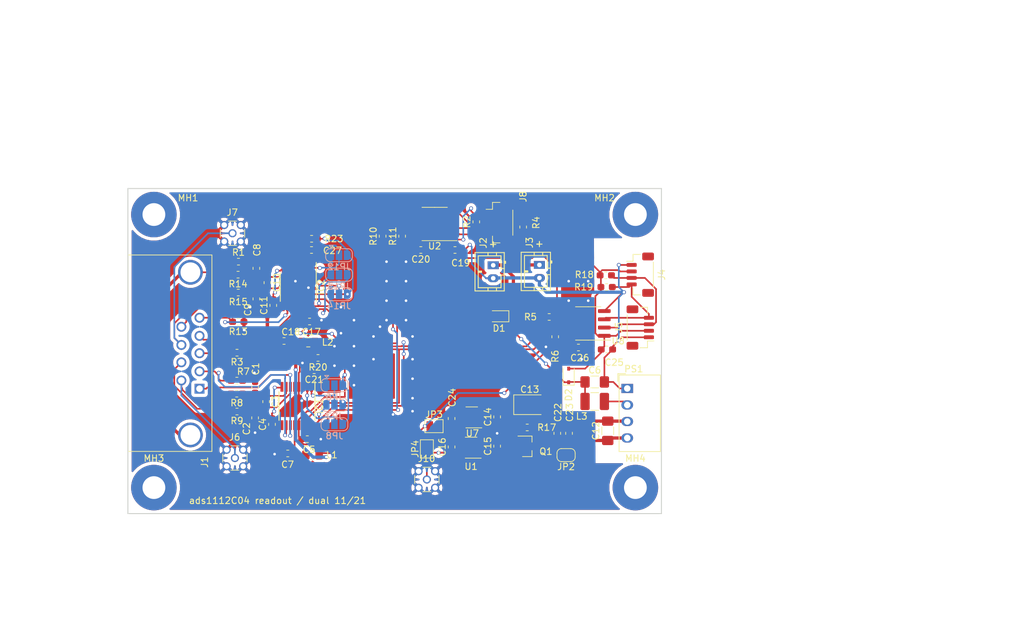
<source format=kicad_pcb>
(kicad_pcb (version 20171130) (host pcbnew "(5.1.5-0)")
  (layers (0 F.Cu signal) (31 B.Cu signal) (34 B.Paste user) (35 F.Paste user) (36 B.SilkS user) (37 F.SilkS user) (38 B.Mask user) (39 F.Mask user) (44 Edge.Cuts user))
  (net 0 "")
  (net 1 GND)
  (net 2 /Channel0/V+)
  (net 3 /Channel1/V+)
  (net 4 /Channel0/I+)
  (net 5 /Channel0/I-)
  (net 6 /Channel1/I+)
  (net 7 /Channel1/I-)
  (net 8 /Channel0/V-)
  (net 9 /Channel1/V-)
  (net 10 /Channel0/Vpower)
  (net 11 /Channel1/Vpower)
  (net 12 "Net-(J1-Pad0)")
  (net 13 "Net-(J1-Pad3)")
  (net 14 "Net-(MH1-Pad1)")
  (net 15 "Net-(MH2-Pad1)")
  (net 16 "Net-(MH3-Pad1)")
  (net 17 "Net-(MH4-Pad1)")
  (net 18 /analog)
  (net 19 "Net-(D1-Pad2)")
  (net 20 "Net-(U1-Pad4)")
  (net 21 GNDPWR)
  (net 22 /Sheet605654E7/i2c_power)
  (net 23 "Net-(C12-Pad1)")
  (net 24 "Net-(C13-Pad1)")
  (net 25 "Net-(C14-Pad1)")
  (net 26 "Net-(L3-Pad1)")
  (net 27 "Net-(U7-Pad4)")
  (net 28 VD)
  (net 29 VCC)
  (net 30 "Net-(C24-Pad1)")
  (net 31 "Net-(J4-Pad3)")
  (net 32 "Net-(J4-Pad4)")
  (net 33 "Net-(C1-Pad2)")
  (net 34 "Net-(C2-Pad1)")
  (net 35 "Net-(C4-Pad2)")
  (net 36 "Net-(C4-Pad1)")
  (net 37 "Net-(C10-Pad1)")
  (net 38 "Net-(C10-Pad2)")
  (net 39 "Net-(C11-Pad2)")
  (net 40 "Net-(C11-Pad1)")
  (net 41 /scl)
  (net 42 /sda)
  (net 43 /Sheet6128984A/gpio0)
  (net 44 /Sheet6128984A/gpio1)
  (net 45 "Net-(J8-Pad4)")
  (net 46 "Net-(J8-Pad3)")
  (net 47 "Net-(C21-Pad2)")
  (net 48 "Net-(C27-Pad2)")
  (net 49 /Channel0/A1)
  (net 50 /Channel0/A0)
  (net 51 /Channel1/A1)
  (net 52 /Channel1/A0)
  (module Resistor_SMD:R_0603_1608Metric_Pad1.05x0.95mm_HandSolder (layer F.Cu) (at 121.24 82.73 180)
    (fp_text reference R23 (at -3.425 0) (layer F.SilkS))
    (fp_text value 1K)
    (pad 2 smd roundrect (at 0.875 0 180) (size 1.05 0.95) (layers F.Cu F.Paste F.Mask) (net 48 "Net-(C27-Pad2)"))
    (pad 1 smd roundrect (at -0.875 0 180) (size 1.05 0.95) (layers F.Cu F.Paste F.Mask) (net 28 VD))
  )
  (module Resistor_SMD:R_0603_1608Metric_Pad1.05x0.95mm_HandSolder (layer F.Cu) (at 122.225 101.05 180)
    (fp_text reference R20 (at 0 -1.43) (layer F.SilkS))
    (fp_text value 1K)
    (pad 2 smd roundrect (at 0.875 0 180) (size 1.05 0.95) (layers F.Cu F.Paste F.Mask) (net 47 "Net-(C21-Pad2)"))
    (pad 1 smd roundrect (at -0.875 0 180) (size 1.05 0.95) (layers F.Cu F.Paste F.Mask) (net 28 VD))
  )
  (module Jumper:SolderJumper-3_P1.3mm_Open_RoundedPad1.0x1.5mm (layer B.Cu) (at 125.45 91.25)
    (fp_text reference JP14 (at 0 1.8) (layer B.SilkS) (effects (justify mirror)))
    (fp_text value Jumper_3_Open)
    (pad 2 smd rect (at 0 0) (size 1 1.5) (layers B.Cu B.Mask) (net 51 /Channel1/A1))
    (pad 3 smd custom (at 1.3 0) (size 1 0.5) (layers B.Cu B.Mask) (net 28 VD) (options (clearance outline) (anchor rect)) (primitives (gr_circle (center 0 -0.25) (end 0.5 -0.25) (width 0)) (gr_circle (center 0 0.25) (end 0.5 0.25) (width 0)) (gr_poly (pts (xy -0.55 0.75) (xy 0 0.75) (xy 0 -0.75) (xy -0.55 -0.75)) (width 0))))
    (pad 1 smd custom (at -1.3 0) (size 1 0.5) (layers B.Cu B.Mask) (net 1 GND) (options (clearance outline) (anchor rect)) (primitives (gr_circle (center 0 -0.25) (end 0.5 -0.25) (width 0)) (gr_circle (center 0 0.25) (end 0.5 0.25) (width 0)) (gr_poly (pts (xy 0.55 0.75) (xy 0 0.75) (xy 0 -0.75) (xy 0.55 -0.75)) (width 0))))
  )
  (module Jumper:SolderJumper-3_P1.3mm_Open_RoundedPad1.0x1.5mm (layer B.Cu) (at 125.45 88.25)
    (fp_text reference JP13 (at 0 1.8) (layer B.SilkS) (effects (justify mirror)))
    (fp_text value Jumper_3_Open)
    (pad 2 smd rect (at 0 0) (size 1 1.5) (layers B.Cu B.Mask) (net 52 /Channel1/A0))
    (pad 3 smd custom (at 1.3 0) (size 1 0.5) (layers B.Cu B.Mask) (net 42 /sda) (options (clearance outline) (anchor rect)) (primitives (gr_circle (center 0 -0.25) (end 0.5 -0.25) (width 0)) (gr_circle (center 0 0.25) (end 0.5 0.25) (width 0)) (gr_poly (pts (xy -0.55 0.75) (xy 0 0.75) (xy 0 -0.75) (xy -0.55 -0.75)) (width 0))))
    (pad 1 smd custom (at -1.3 0) (size 1 0.5) (layers B.Cu B.Mask) (net 41 /scl) (options (clearance outline) (anchor rect)) (primitives (gr_circle (center 0 -0.25) (end 0.5 -0.25) (width 0)) (gr_circle (center 0 0.25) (end 0.5 0.25) (width 0)) (gr_poly (pts (xy 0.55 0.75) (xy 0 0.75) (xy 0 -0.75) (xy 0.55 -0.75)) (width 0))))
  )
  (module Jumper:SolderJumper-3_P1.3mm_Open_RoundedPad1.0x1.5mm (layer B.Cu) (at 125.45 85.25)
    (fp_text reference JP12 (at 0 1.8) (layer B.SilkS) (effects (justify mirror)))
    (fp_text value Jumper_3_Open)
    (pad 2 smd rect (at 0 0) (size 1 1.5) (layers B.Cu B.Mask) (net 52 /Channel1/A0))
    (pad 3 smd custom (at 1.3 0) (size 1 0.5) (layers B.Cu B.Mask) (net 28 VD) (options (clearance outline) (anchor rect)) (primitives (gr_circle (center 0 -0.25) (end 0.5 -0.25) (width 0)) (gr_circle (center 0 0.25) (end 0.5 0.25) (width 0)) (gr_poly (pts (xy -0.55 0.75) (xy 0 0.75) (xy 0 -0.75) (xy -0.55 -0.75)) (width 0))))
    (pad 1 smd custom (at -1.3 0) (size 1 0.5) (layers B.Cu B.Mask) (net 1 GND) (options (clearance outline) (anchor rect)) (primitives (gr_circle (center 0 -0.25) (end 0.5 -0.25) (width 0)) (gr_circle (center 0 0.25) (end 0.5 0.25) (width 0)) (gr_poly (pts (xy 0.55 0.75) (xy 0 0.75) (xy 0 -0.75) (xy 0.55 -0.75)) (width 0))))
  )
  (module Jumper:SolderJumper-3_P1.3mm_Open_RoundedPad1.0x1.5mm (layer B.Cu) (at 124.75 111.25)
    (fp_text reference JP8 (at 0 1.8) (layer B.SilkS) (effects (justify mirror)))
    (fp_text value Jumper_3_Open)
    (pad 2 smd rect (at 0 0) (size 1 1.5) (layers B.Cu B.Mask) (net 49 /Channel0/A1))
    (pad 3 smd custom (at 1.3 0) (size 1 0.5) (layers B.Cu B.Mask) (net 28 VD) (options (clearance outline) (anchor rect)) (primitives (gr_circle (center 0 -0.25) (end 0.5 -0.25) (width 0)) (gr_circle (center 0 0.25) (end 0.5 0.25) (width 0)) (gr_poly (pts (xy -0.55 0.75) (xy 0 0.75) (xy 0 -0.75) (xy -0.55 -0.75)) (width 0))))
    (pad 1 smd custom (at -1.3 0) (size 1 0.5) (layers B.Cu B.Mask) (net 1 GND) (options (clearance outline) (anchor rect)) (primitives (gr_circle (center 0 -0.25) (end 0.5 -0.25) (width 0)) (gr_circle (center 0 0.25) (end 0.5 0.25) (width 0)) (gr_poly (pts (xy 0.55 0.75) (xy 0 0.75) (xy 0 -0.75) (xy 0.55 -0.75)) (width 0))))
  )
  (module Jumper:SolderJumper-3_P1.3mm_Open_RoundedPad1.0x1.5mm (layer B.Cu) (at 124.75 108.25)
    (fp_text reference JP7 (at 0 1.8) (layer B.SilkS) (effects (justify mirror)))
    (fp_text value Jumper_3_Open)
    (pad 2 smd rect (at 0 0) (size 1 1.5) (layers B.Cu B.Mask) (net 50 /Channel0/A0))
    (pad 3 smd custom (at 1.3 0) (size 1 0.5) (layers B.Cu B.Mask) (net 42 /sda) (options (clearance outline) (anchor rect)) (primitives (gr_circle (center 0 -0.25) (end 0.5 -0.25) (width 0)) (gr_circle (center 0 0.25) (end 0.5 0.25) (width 0)) (gr_poly (pts (xy -0.55 0.75) (xy 0 0.75) (xy 0 -0.75) (xy -0.55 -0.75)) (width 0))))
    (pad 1 smd custom (at -1.3 0) (size 1 0.5) (layers B.Cu B.Mask) (net 41 /scl) (options (clearance outline) (anchor rect)) (primitives (gr_circle (center 0 -0.25) (end 0.5 -0.25) (width 0)) (gr_circle (center 0 0.25) (end 0.5 0.25) (width 0)) (gr_poly (pts (xy 0.55 0.75) (xy 0 0.75) (xy 0 -0.75) (xy 0.55 -0.75)) (width 0))))
  )
  (module Jumper:SolderJumper-3_P1.3mm_Open_RoundedPad1.0x1.5mm (layer B.Cu) (at 124.75 105.25)
    (fp_text reference JP6 (at 0 1.8) (layer B.SilkS) (effects (justify mirror)))
    (fp_text value Jumper_3_Open)
    (pad 2 smd rect (at 0 0) (size 1 1.5) (layers B.Cu B.Mask) (net 50 /Channel0/A0))
    (pad 3 smd custom (at 1.3 0) (size 1 0.5) (layers B.Cu B.Mask) (net 28 VD) (options (clearance outline) (anchor rect)) (primitives (gr_circle (center 0 -0.25) (end 0.5 -0.25) (width 0)) (gr_circle (center 0 0.25) (end 0.5 0.25) (width 0)) (gr_poly (pts (xy -0.55 0.75) (xy 0 0.75) (xy 0 -0.75) (xy -0.55 -0.75)) (width 0))))
    (pad 1 smd custom (at -1.3 0) (size 1 0.5) (layers B.Cu B.Mask) (net 1 GND) (options (clearance outline) (anchor rect)) (primitives (gr_circle (center 0 -0.25) (end 0.5 -0.25) (width 0)) (gr_circle (center 0 0.25) (end 0.5 0.25) (width 0)) (gr_poly (pts (xy 0.55 0.75) (xy 0 0.75) (xy 0 -0.75) (xy 0.55 -0.75)) (width 0))))
  )
  (module Capacitor_SMD:C_0603_1608Metric_Pad1.05x0.95mm_HandSolder (layer F.Cu) (at 121.225 84.45 180)
    (fp_text reference C27 (at -3.225 -0.1) (layer F.SilkS))
    (fp_text value 100nF)
    (pad 2 smd roundrect (at 0.875 0 180) (size 1.05 0.95) (layers F.Cu F.Paste F.Mask) (net 48 "Net-(C27-Pad2)"))
    (pad 1 smd roundrect (at -0.875 0 180) (size 1.05 0.95) (layers F.Cu F.Paste F.Mask) (net 1 GND))
  )
  (module Capacitor_SMD:C_0603_1608Metric_Pad1.05x0.95mm_HandSolder (layer F.Cu) (at 121.625 102.95 180)
    (fp_text reference C21 (at 0 -1.43) (layer F.SilkS))
    (fp_text value 100nF)
    (pad 2 smd roundrect (at 0.875 0 180) (size 1.05 0.95) (layers F.Cu F.Paste F.Mask) (net 47 "Net-(C21-Pad2)"))
    (pad 1 smd roundrect (at -0.875 0 180) (size 1.05 0.95) (layers F.Cu F.Paste F.Mask) (net 1 GND))
  )
  (module Resistor_SMD:R_0603_1608Metric_Pad1.05x0.95mm_HandSolder (layer F.Cu) (at 109.775 100.25 180)
    (fp_text reference R3 (at 0 -1.43) (layer F.SilkS))
    (fp_text value dnf)
    (pad 2 smd roundrect (at 0.875 0 180) (size 1.05 0.95) (layers F.Cu F.Paste F.Mask) (net 13 "Net-(J1-Pad3)"))
    (pad 1 smd roundrect (at -0.875 0 180) (size 1.05 0.95) (layers F.Cu F.Paste F.Mask) (net 1 GND))
  )
  (module Package_SO:SOIC-8_3.9x4.9mm_P1.27mm (layer F.Cu) (at 140.15 80.45 180)
    (fp_text reference U2 (at 0 -3.4) (layer F.SilkS))
    (fp_text value ADUM1250)
    (pad 8 smd roundrect (at 2.475 -1.905 180) (size 1.95 0.6) (layers F.Cu F.Paste F.Mask) (net 28 VD))
    (pad 7 smd roundrect (at 2.475 -0.635 180) (size 1.95 0.6) (layers F.Cu F.Paste F.Mask) (net 44 /Sheet6128984A/gpio1))
    (pad 6 smd roundrect (at 2.475 0.635 180) (size 1.95 0.6) (layers F.Cu F.Paste F.Mask) (net 43 /Sheet6128984A/gpio0))
    (pad 5 smd roundrect (at 2.475 1.905 180) (size 1.95 0.6) (layers F.Cu F.Paste F.Mask) (net 1 GND))
    (pad 4 smd roundrect (at -2.475 1.905 180) (size 1.95 0.6) (layers F.Cu F.Paste F.Mask) (net 21 GNDPWR))
    (pad 3 smd roundrect (at -2.475 0.635 180) (size 1.95 0.6) (layers F.Cu F.Paste F.Mask) (net 45 "Net-(J8-Pad4)"))
    (pad 2 smd roundrect (at -2.475 -0.635 180) (size 1.95 0.6) (layers F.Cu F.Paste F.Mask) (net 46 "Net-(J8-Pad3)"))
    (pad 1 smd roundrect (at -2.475 -1.905 180) (size 1.95 0.6) (layers F.Cu F.Paste F.Mask) (net 29 VCC))
  )
  (module Resistor_SMD:R_0603_1608Metric_Pad1.05x0.95mm_HandSolder (layer F.Cu) (at 135.15 82.325 90)
    (fp_text reference R11 (at 0 -1.43 90) (layer F.SilkS))
    (fp_text value 4.7K)
    (pad 2 smd roundrect (at 0.875 0 90) (size 1.05 0.95) (layers F.Cu F.Paste F.Mask) (net 44 /Sheet6128984A/gpio1))
    (pad 1 smd roundrect (at -0.875 0 90) (size 1.05 0.95) (layers F.Cu F.Paste F.Mask) (net 28 VD))
  )
  (module Resistor_SMD:R_0603_1608Metric_Pad1.05x0.95mm_HandSolder (layer F.Cu) (at 132.15 82.325 90)
    (fp_text reference R10 (at 0 -1.43 90) (layer F.SilkS))
    (fp_text value 4.7K)
    (pad 2 smd roundrect (at 0.875 0 90) (size 1.05 0.95) (layers F.Cu F.Paste F.Mask) (net 43 /Sheet6128984A/gpio0))
    (pad 1 smd roundrect (at -0.875 0 90) (size 1.05 0.95) (layers F.Cu F.Paste F.Mask) (net 28 VD))
  )
  (module Resistor_SMD:R_0603_1608Metric_Pad1.05x0.95mm_HandSolder (layer F.Cu) (at 153.75 80.925 90)
    (fp_text reference R4 (at 0.675 2 90) (layer F.SilkS))
    (fp_text value 4.7K)
    (pad 2 smd roundrect (at 0.875 0 90) (size 1.05 0.95) (layers F.Cu F.Paste F.Mask) (net 29 VCC))
    (pad 1 smd roundrect (at -0.875 0 90) (size 1.05 0.95) (layers F.Cu F.Paste F.Mask) (net 45 "Net-(J8-Pad4)"))
  )
  (module Resistor_SMD:R_0603_1608Metric_Pad1.05x0.95mm_HandSolder (layer F.Cu) (at 146.55 80.125 90)
    (fp_text reference R2 (at 0 -1.43 90) (layer F.SilkS))
    (fp_text value 4.7K)
    (pad 2 smd roundrect (at 0.875 0 90) (size 1.05 0.95) (layers F.Cu F.Paste F.Mask) (net 29 VCC))
    (pad 1 smd roundrect (at -0.875 0 90) (size 1.05 0.95) (layers F.Cu F.Paste F.Mask) (net 46 "Net-(J8-Pad3)"))
  )
  (module Connector_JST:JST_SH_BM04B-SRSS-TB_1x04-1MP_P1.00mm_Vertical (layer F.Cu) (at 150.15 80.25 270)
    (fp_text reference J8 (at -4 -3.6 90) (layer F.SilkS))
    (fp_text value A1001WV-S-04P)
    (pad MP smd roundrect (at 2.8 -1.2 270) (size 1.2 1.8) (layers F.Cu F.Paste F.Mask) (roundrect_rratio 0.208333))
    (pad MP smd roundrect (at -2.8 -1.2 270) (size 1.2 1.8) (layers F.Cu F.Paste F.Mask) (roundrect_rratio 0.208333))
    (pad 4 smd roundrect (at 1.5 1.325 270) (size 0.6 1.55) (layers F.Cu F.Paste F.Mask) (net 45 "Net-(J8-Pad4)"))
    (pad 3 smd roundrect (at 0.5 1.325 270) (size 0.6 1.55) (layers F.Cu F.Paste F.Mask) (net 46 "Net-(J8-Pad3)"))
    (pad 2 smd roundrect (at -0.5 1.325 270) (size 0.6 1.55) (layers F.Cu F.Paste F.Mask) (net 29 VCC))
    (pad 1 smd roundrect (at -1.5 1.325 270) (size 0.6 1.55) (layers F.Cu F.Paste F.Mask) (net 21 GNDPWR))
  )
  (module Package_SO:TSSOP-16_4.4x5mm_P0.65mm (layer F.Cu) (at 119.15 90.15 270)
    (fp_text reference IC2 (at 0 -3.55 90) (layer F.SilkS))
    (fp_text value ADS112C04IPWR)
    (pad 16 smd rect (at 2.95 -2.275 270) (size 1.5 0.45) (layers F.Cu F.Paste F.Mask) (net 41 /scl))
    (pad 15 smd rect (at 2.95 -1.625 270) (size 1.5 0.45) (layers F.Cu F.Paste F.Mask) (net 42 /sda))
    (pad 14 smd rect (at 2.95 -0.975 270) (size 1.5 0.45) (layers F.Cu F.Paste F.Mask) (net 44 /Sheet6128984A/gpio1))
    (pad 13 smd rect (at 2.95 -0.325 270) (size 1.5 0.45) (layers F.Cu F.Paste F.Mask) (net 28 VD))
    (pad 12 smd rect (at 2.95 0.325 270) (size 1.5 0.45) (layers F.Cu F.Paste F.Mask) (net 11 /Channel1/Vpower))
    (pad 11 smd rect (at 2.95 0.975 270) (size 1.5 0.45) (layers F.Cu F.Paste F.Mask) (net 6 /Channel1/I+))
    (pad 10 smd rect (at 2.95 1.625 270) (size 1.5 0.45) (layers F.Cu F.Paste F.Mask) (net 7 /Channel1/I-))
    (pad 9 smd rect (at 2.95 2.275 270) (size 1.5 0.45) (layers F.Cu F.Paste F.Mask) (net 40 "Net-(C11-Pad1)"))
    (pad 8 smd rect (at -2.95 2.275 270) (size 1.5 0.45) (layers F.Cu F.Paste F.Mask) (net 39 "Net-(C11-Pad2)"))
    (pad 7 smd rect (at -2.95 1.625 270) (size 1.5 0.45) (layers F.Cu F.Paste F.Mask) (net 37 "Net-(C10-Pad1)"))
    (pad 6 smd rect (at -2.95 0.975 270) (size 1.5 0.45) (layers F.Cu F.Paste F.Mask) (net 38 "Net-(C10-Pad2)"))
    (pad 5 smd rect (at -2.95 0.325 270) (size 1.5 0.45) (layers F.Cu F.Paste F.Mask) (net 1 GND))
    (pad 4 smd rect (at -2.95 -0.325 270) (size 1.5 0.45) (layers F.Cu F.Paste F.Mask) (net 1 GND))
    (pad 3 smd rect (at -2.95 -0.975 270) (size 1.5 0.45) (layers F.Cu F.Paste F.Mask) (net 48 "Net-(C27-Pad2)"))
    (pad 2 smd rect (at -2.95 -1.625 270) (size 1.5 0.45) (layers F.Cu F.Paste F.Mask) (net 51 /Channel1/A1))
    (pad 1 smd rect (at -2.95 -2.275 270) (size 1.5 0.45) (layers F.Cu F.Paste F.Mask) (net 52 /Channel1/A0))
  )
  (module Package_SO:TSSOP-16_4.4x5mm_P0.65mm (layer F.Cu) (at 118.95 108.45 270)
    (fp_text reference IC1 (at 0 -3.55 90) (layer F.SilkS))
    (fp_text value ADS112C04IPWR)
    (pad 16 smd rect (at 2.95 -2.275 270) (size 1.5 0.45) (layers F.Cu F.Paste F.Mask) (net 41 /scl))
    (pad 15 smd rect (at 2.95 -1.625 270) (size 1.5 0.45) (layers F.Cu F.Paste F.Mask) (net 42 /sda))
    (pad 14 smd rect (at 2.95 -0.975 270) (size 1.5 0.45) (layers F.Cu F.Paste F.Mask) (net 43 /Sheet6128984A/gpio0))
    (pad 13 smd rect (at 2.95 -0.325 270) (size 1.5 0.45) (layers F.Cu F.Paste F.Mask) (net 28 VD))
    (pad 12 smd rect (at 2.95 0.325 270) (size 1.5 0.45) (layers F.Cu F.Paste F.Mask) (net 10 /Channel0/Vpower))
    (pad 11 smd rect (at 2.95 0.975 270) (size 1.5 0.45) (layers F.Cu F.Paste F.Mask) (net 4 /Channel0/I+))
    (pad 10 smd rect (at 2.95 1.625 270) (size 1.5 0.45) (layers F.Cu F.Paste F.Mask) (net 5 /Channel0/I-))
    (pad 9 smd rect (at 2.95 2.275 270) (size 1.5 0.45) (layers F.Cu F.Paste F.Mask) (net 36 "Net-(C4-Pad1)"))
    (pad 8 smd rect (at -2.95 2.275 270) (size 1.5 0.45) (layers F.Cu F.Paste F.Mask) (net 35 "Net-(C4-Pad2)"))
    (pad 7 smd rect (at -2.95 1.625 270) (size 1.5 0.45) (layers F.Cu F.Paste F.Mask) (net 33 "Net-(C1-Pad2)"))
    (pad 6 smd rect (at -2.95 0.975 270) (size 1.5 0.45) (layers F.Cu F.Paste F.Mask) (net 34 "Net-(C2-Pad1)"))
    (pad 5 smd rect (at -2.95 0.325 270) (size 1.5 0.45) (layers F.Cu F.Paste F.Mask) (net 1 GND))
    (pad 4 smd rect (at -2.95 -0.325 270) (size 1.5 0.45) (layers F.Cu F.Paste F.Mask) (net 1 GND))
    (pad 3 smd rect (at -2.95 -0.975 270) (size 1.5 0.45) (layers F.Cu F.Paste F.Mask) (net 47 "Net-(C21-Pad2)"))
    (pad 2 smd rect (at -2.95 -1.625 270) (size 1.5 0.45) (layers F.Cu F.Paste F.Mask) (net 49 /Channel0/A1))
    (pad 1 smd rect (at -2.95 -2.275 270) (size 1.5 0.45) (layers F.Cu F.Paste F.Mask) (net 50 /Channel0/A0))
  )
  (module Capacitor_SMD:C_0603_1608Metric_Pad1.05x0.95mm_HandSolder (layer F.Cu) (at 138.025 84.45 180)
    (fp_text reference C20 (at 0 -1.43) (layer F.SilkS))
    (fp_text value 100nF)
    (pad 2 smd roundrect (at 0.875 0 180) (size 1.05 0.95) (layers F.Cu F.Paste F.Mask) (net 28 VD))
    (pad 1 smd roundrect (at -0.875 0 180) (size 1.05 0.95) (layers F.Cu F.Paste F.Mask) (net 1 GND))
  )
  (module Capacitor_SMD:C_0603_1608Metric_Pad1.05x0.95mm_HandSolder (layer F.Cu) (at 143.275 84.45)
    (fp_text reference C19 (at 0.875 2) (layer F.SilkS))
    (fp_text value 100nF)
    (pad 2 smd roundrect (at 0.875 0) (size 1.05 0.95) (layers F.Cu F.Paste F.Mask) (net 21 GNDPWR))
    (pad 1 smd roundrect (at -0.875 0) (size 1.05 0.95) (layers F.Cu F.Paste F.Mask) (net 29 VCC))
  )
  (module Capacitor_SMD:C_0603_1608Metric_Pad1.05x0.95mm_HandSolder (layer F.Cu) (at 117 98.45)
    (fp_text reference C18 (at 1.05 -1.4) (layer F.SilkS))
    (fp_text value 100nF)
    (pad 2 smd roundrect (at 0.875 0) (size 1.05 0.95) (layers F.Cu F.Paste F.Mask) (net 11 /Channel1/Vpower))
    (pad 1 smd roundrect (at -0.875 0) (size 1.05 0.95) (layers F.Cu F.Paste F.Mask) (net 1 GND))
  )
  (module Capacitor_SMD:C_0603_1608Metric_Pad1.05x0.95mm_HandSolder (layer F.Cu) (at 120.925 95.45)
    (fp_text reference C17 (at 0.275 1.6) (layer F.SilkS))
    (fp_text value 100nF)
    (pad 2 smd roundrect (at 0.875 0) (size 1.05 0.95) (layers F.Cu F.Paste F.Mask) (net 1 GND))
    (pad 1 smd roundrect (at -0.875 0) (size 1.05 0.95) (layers F.Cu F.Paste F.Mask) (net 28 VD))
  )
  (module Capacitor_SMD:C_0603_1608Metric_Pad1.05x0.95mm_HandSolder (layer F.Cu) (at 115.35 92.975 90)
    (fp_text reference C11 (at 0 -1.43 90) (layer F.SilkS))
    (fp_text value 100nF)
    (pad 2 smd roundrect (at 0.875 0 90) (size 1.05 0.95) (layers F.Cu F.Paste F.Mask) (net 39 "Net-(C11-Pad2)"))
    (pad 1 smd roundrect (at -0.875 0 90) (size 1.05 0.95) (layers F.Cu F.Paste F.Mask) (net 40 "Net-(C11-Pad1)"))
  )
  (module Capacitor_SMD:C_0603_1608Metric_Pad1.05x0.95mm_HandSolder (layer F.Cu) (at 114.45 89.475 270)
    (fp_text reference C10 (at 0 -1.43 90) (layer F.SilkS))
    (fp_text value 1uF)
    (pad 2 smd roundrect (at 0.875 0 270) (size 1.05 0.95) (layers F.Cu F.Paste F.Mask) (net 38 "Net-(C10-Pad2)"))
    (pad 1 smd roundrect (at -0.875 0 270) (size 1.05 0.95) (layers F.Cu F.Paste F.Mask) (net 37 "Net-(C10-Pad1)"))
  )
  (module Capacitor_SMD:C_0603_1608Metric_Pad1.05x0.95mm_HandSolder (layer F.Cu) (at 112.75 91.975 270)
    (fp_text reference C9 (at 1.675 1.3 90) (layer F.SilkS))
    (fp_text value 100nF)
    (pad 2 smd roundrect (at 0.875 0 270) (size 1.05 0.95) (layers F.Cu F.Paste F.Mask) (net 1 GND))
    (pad 1 smd roundrect (at -0.875 0 270) (size 1.05 0.95) (layers F.Cu F.Paste F.Mask) (net 38 "Net-(C10-Pad2)"))
  )
  (module Capacitor_SMD:C_0603_1608Metric_Pad1.05x0.95mm_HandSolder (layer F.Cu) (at 112.75 87.275 270)
    (fp_text reference C8 (at -2.825 -0.1 90) (layer F.SilkS))
    (fp_text value 100nF)
    (pad 2 smd roundrect (at 0.875 0 270) (size 1.05 0.95) (layers F.Cu F.Paste F.Mask) (net 37 "Net-(C10-Pad1)"))
    (pad 1 smd roundrect (at -0.875 0 270) (size 1.05 0.95) (layers F.Cu F.Paste F.Mask) (net 1 GND))
  )
  (module Capacitor_SMD:C_0603_1608Metric_Pad1.05x0.95mm_HandSolder (layer F.Cu) (at 117.575 115.75)
    (fp_text reference C7 (at -0.025 1.7) (layer F.SilkS))
    (fp_text value 100nF)
    (pad 2 smd roundrect (at 0.875 0) (size 1.05 0.95) (layers F.Cu F.Paste F.Mask) (net 10 /Channel0/Vpower))
    (pad 1 smd roundrect (at -0.875 0) (size 1.05 0.95) (layers F.Cu F.Paste F.Mask) (net 1 GND))
  )
  (module Capacitor_SMD:C_0603_1608Metric_Pad1.05x0.95mm_HandSolder (layer F.Cu) (at 120.575 113.55)
    (fp_text reference C5 (at 0.275 1.6) (layer F.SilkS))
    (fp_text value 100nF)
    (pad 2 smd roundrect (at 0.875 0) (size 1.05 0.95) (layers F.Cu F.Paste F.Mask) (net 1 GND))
    (pad 1 smd roundrect (at -0.875 0) (size 1.05 0.95) (layers F.Cu F.Paste F.Mask) (net 28 VD))
  )
  (module Capacitor_SMD:C_0603_1608Metric_Pad1.05x0.95mm_HandSolder (layer F.Cu) (at 115.15 111.275 90)
    (fp_text reference C4 (at 0 -1.43 90) (layer F.SilkS))
    (fp_text value 100nF)
    (pad 2 smd roundrect (at 0.875 0 90) (size 1.05 0.95) (layers F.Cu F.Paste F.Mask) (net 35 "Net-(C4-Pad2)"))
    (pad 1 smd roundrect (at -0.875 0 90) (size 1.05 0.95) (layers F.Cu F.Paste F.Mask) (net 36 "Net-(C4-Pad1)"))
  )
  (module Capacitor_SMD:C_0603_1608Metric_Pad1.05x0.95mm_HandSolder (layer F.Cu) (at 114.25 107.775 270)
    (fp_text reference C3 (at 0 -1.43 90) (layer F.SilkS))
    (fp_text value 1uF)
    (pad 2 smd roundrect (at 0.875 0 270) (size 1.05 0.95) (layers F.Cu F.Paste F.Mask) (net 34 "Net-(C2-Pad1)"))
    (pad 1 smd roundrect (at -0.875 0 270) (size 1.05 0.95) (layers F.Cu F.Paste F.Mask) (net 33 "Net-(C1-Pad2)"))
  )
  (module Capacitor_SMD:C_0603_1608Metric_Pad1.05x0.95mm_HandSolder (layer F.Cu) (at 112.55 110.275 270)
    (fp_text reference C2 (at 1.675 1.3 90) (layer F.SilkS))
    (fp_text value 100nF)
    (pad 2 smd roundrect (at 0.875 0 270) (size 1.05 0.95) (layers F.Cu F.Paste F.Mask) (net 1 GND))
    (pad 1 smd roundrect (at -0.875 0 270) (size 1.05 0.95) (layers F.Cu F.Paste F.Mask) (net 34 "Net-(C2-Pad1)"))
  )
  (module Capacitor_SMD:C_0603_1608Metric_Pad1.05x0.95mm_HandSolder (layer F.Cu) (at 112.55 105.575 270)
    (fp_text reference C1 (at -2.825 -0.1 90) (layer F.SilkS))
    (fp_text value 100nF)
    (pad 2 smd roundrect (at 0.875 0 270) (size 1.05 0.95) (layers F.Cu F.Paste F.Mask) (net 33 "Net-(C1-Pad2)"))
    (pad 1 smd roundrect (at -0.875 0 270) (size 1.05 0.95) (layers F.Cu F.Paste F.Mask) (net 1 GND))
  )
  (module Capacitor_Tantalum_SMD:CP_EIA-3528-12_Kemet-T (layer F.Cu) (at 154.7625 108.25)
    (fp_text reference C13 (at 0 -2.35) (layer F.SilkS))
    (fp_text value 100uF)
    (pad 2 smd roundrect (at 1.5375 0) (size 1.325 2.35) (layers F.Cu F.Paste F.Mask) (roundrect_rratio 0.188679) (net 1 GND))
    (pad 1 smd roundrect (at -1.5375 0) (size 1.325 2.35) (layers F.Cu F.Paste F.Mask) (roundrect_rratio 0.188679) (net 24 "Net-(C13-Pad1)"))
  )
  (module 0my_footprints:MMCX_JLC (layer F.Cu) (at 138.95 119.75)
    (fp_text reference J10 (at -0.04 -3.2) (layer F.SilkS))
    (fp_text value MMCX)
    (pad 2 thru_hole circle (at -1.27 1.27) (size 1.24 1.24) (drill 0.84) (layers *.Cu *.Mask) (net 1 GND))
    (pad 2 thru_hole circle (at 1.27 -1.27) (size 1.24 1.24) (drill 0.84) (layers *.Cu *.Mask) (net 1 GND))
    (pad 2 thru_hole circle (at 1.27 1.27) (size 1.24 1.24) (drill 0.84) (layers *.Cu *.Mask) (net 1 GND))
    (pad 2 thru_hole circle (at -1.27 -1.27) (size 1.24 1.24) (drill 0.84) (layers *.Cu *.Mask) (net 1 GND))
    (pad 1 thru_hole circle (at 0 0) (size 1.24 1.24) (drill 0.84) (layers *.Cu *.Mask) (net 18 /analog))
  )
  (module Resistor_SMD:R_0603_1608Metric_Pad1.05x0.95mm_HandSolder (layer F.Cu) (at 166.575 90.15 180)
    (fp_text reference R19 (at 3.525 0) (layer F.SilkS))
    (fp_text value 4.7K)
    (pad 2 smd roundrect (at 0.875 0 180) (size 1.05 0.95) (layers F.Cu F.Paste F.Mask) (net 29 VCC))
    (pad 1 smd roundrect (at -0.875 0 180) (size 1.05 0.95) (layers F.Cu F.Paste F.Mask) (net 32 "Net-(J4-Pad4)"))
  )
  (module Resistor_SMD:R_0603_1608Metric_Pad1.05x0.95mm_HandSolder (layer F.Cu) (at 166.45 88.35 180)
    (fp_text reference R18 (at 3.3 0.1) (layer F.SilkS))
    (fp_text value 4.7K)
    (pad 2 smd roundrect (at 0.875 0 180) (size 1.05 0.95) (layers F.Cu F.Paste F.Mask) (net 29 VCC))
    (pad 1 smd roundrect (at -0.875 0 180) (size 1.05 0.95) (layers F.Cu F.Paste F.Mask) (net 31 "Net-(J4-Pad3)"))
  )
  (module Jumper:SolderJumper-2_P1.3mm_Open_Pad1.0x1.5mm (layer F.Cu) (at 138.95 115.05 90)
    (fp_text reference JP4 (at 0 -1.8 90) (layer F.SilkS))
    (fp_text value Jumper_NO_Small)
    (pad 1 smd rect (at -0.65 0 90) (size 1 1.5) (layers F.Cu F.Mask) (net 18 /analog))
    (pad 2 smd rect (at 0.65 0 90) (size 1 1.5) (layers F.Cu F.Mask) (net 28 VD))
  )
  (module Jumper:SolderJumper-2_P1.3mm_Open_Pad1.0x1.5mm (layer F.Cu) (at 140.05 111.55)
    (fp_text reference JP3 (at 0 -1.8) (layer F.SilkS))
    (fp_text value Jumper_NO_Small)
    (pad 1 smd rect (at -0.65 0) (size 1 1.5) (layers F.Cu F.Mask) (net 28 VD))
    (pad 2 smd rect (at 0.65 0) (size 1 1.5) (layers F.Cu F.Mask) (net 30 "Net-(C24-Pad1)"))
  )
  (module 0my_footprints:MMCX_JLC (layer F.Cu) (at 109.08 81.88)
    (fp_text reference J7 (at -0.04 -3.2) (layer F.SilkS))
    (fp_text value MMCX)
    (pad 2 thru_hole circle (at -1.27 1.27) (size 1.24 1.24) (drill 0.84) (layers *.Cu *.Mask) (net 1 GND))
    (pad 2 thru_hole circle (at 1.27 -1.27) (size 1.24 1.24) (drill 0.84) (layers *.Cu *.Mask) (net 1 GND))
    (pad 2 thru_hole circle (at 1.27 1.27) (size 1.24 1.24) (drill 0.84) (layers *.Cu *.Mask) (net 1 GND))
    (pad 2 thru_hole circle (at -1.27 -1.27) (size 1.24 1.24) (drill 0.84) (layers *.Cu *.Mask) (net 1 GND))
    (pad 1 thru_hole circle (at 0 0) (size 1.24 1.24) (drill 0.84) (layers *.Cu *.Mask) (net 3 /Channel1/V+))
  )
  (module 0my_footprints:MMCX_JLC (layer F.Cu) (at 109.45 116.45)
    (fp_text reference J6 (at -0.04 -3.2) (layer F.SilkS))
    (fp_text value MMCX)
    (pad 2 thru_hole circle (at -1.27 1.27) (size 1.24 1.24) (drill 0.84) (layers *.Cu *.Mask) (net 1 GND))
    (pad 2 thru_hole circle (at 1.27 -1.27) (size 1.24 1.24) (drill 0.84) (layers *.Cu *.Mask) (net 1 GND))
    (pad 2 thru_hole circle (at 1.27 1.27) (size 1.24 1.24) (drill 0.84) (layers *.Cu *.Mask) (net 1 GND))
    (pad 2 thru_hole circle (at -1.27 -1.27) (size 1.24 1.24) (drill 0.84) (layers *.Cu *.Mask) (net 1 GND))
    (pad 1 thru_hole circle (at 0 0) (size 1.24 1.24) (drill 0.84) (layers *.Cu *.Mask) (net 2 /Channel0/V+))
  )
  (module Capacitor_SMD:C_0603_1608Metric_Pad1.05x0.95mm_HandSolder (layer F.Cu) (at 162.25 99.45 180)
    (fp_text reference C26 (at -0.2 -1.6) (layer F.SilkS))
    (fp_text value 100nF)
    (pad 2 smd roundrect (at 0.875 0 180) (size 1.05 0.95) (layers F.Cu F.Paste F.Mask) (net 28 VD))
    (pad 1 smd roundrect (at -0.875 0 180) (size 1.05 0.95) (layers F.Cu F.Paste F.Mask) (net 1 GND))
  )
  (module Capacitor_SMD:C_0603_1608Metric_Pad1.05x0.95mm_HandSolder (layer F.Cu) (at 166.625 99.75)
    (fp_text reference C25 (at 1.125 2) (layer F.SilkS))
    (fp_text value 100nF)
    (pad 2 smd roundrect (at 0.875 0) (size 1.05 0.95) (layers F.Cu F.Paste F.Mask) (net 21 GNDPWR))
    (pad 1 smd roundrect (at -0.875 0) (size 1.05 0.95) (layers F.Cu F.Paste F.Mask) (net 29 VCC))
  )
  (module Package_SO:SOIC-8_3.9x4.9mm_P1.27mm (layer F.Cu) (at 163.75 95.75 180)
    (fp_text reference U8 (at -4.6 -2.7) (layer F.SilkS))
    (fp_text value ISO1541)
    (pad 8 smd roundrect (at 2.475 -1.905 180) (size 1.95 0.6) (layers F.Cu F.Paste F.Mask) (net 28 VD))
    (pad 7 smd roundrect (at 2.475 -0.635 180) (size 1.95 0.6) (layers F.Cu F.Paste F.Mask) (net 42 /sda))
    (pad 6 smd roundrect (at 2.475 0.635 180) (size 1.95 0.6) (layers F.Cu F.Paste F.Mask) (net 41 /scl))
    (pad 5 smd roundrect (at 2.475 1.905 180) (size 1.95 0.6) (layers F.Cu F.Paste F.Mask) (net 1 GND))
    (pad 4 smd roundrect (at -2.475 1.905 180) (size 1.95 0.6) (layers F.Cu F.Paste F.Mask) (net 21 GNDPWR))
    (pad 3 smd roundrect (at -2.475 0.635 180) (size 1.95 0.6) (layers F.Cu F.Paste F.Mask) (net 32 "Net-(J4-Pad4)"))
    (pad 2 smd roundrect (at -2.475 -0.635 180) (size 1.95 0.6) (layers F.Cu F.Paste F.Mask) (net 31 "Net-(J4-Pad3)"))
    (pad 1 smd roundrect (at -2.475 -1.905 180) (size 1.95 0.6) (layers F.Cu F.Paste F.Mask) (net 29 VCC))
  )
  (module Package_TO_SOT_SMD:SOT-23-5 (layer F.Cu) (at 145.85 110.2 180)
    (fp_text reference U7 (at -0.1 -2.45) (layer F.SilkS))
    (fp_text value LP5907MFX-3.3)
    (pad 5 smd rect (at 1.1 -0.95 180) (size 1.06 0.65) (layers F.Cu F.Paste F.Mask) (net 30 "Net-(C24-Pad1)"))
    (pad 4 smd rect (at 1.1 0.95 180) (size 1.06 0.65) (layers F.Cu F.Paste F.Mask) (net 27 "Net-(U7-Pad4)"))
    (pad 3 smd rect (at -1.1 0.95 180) (size 1.06 0.65) (layers F.Cu F.Paste F.Mask) (net 25 "Net-(C14-Pad1)"))
    (pad 2 smd rect (at -1.1 0 180) (size 1.06 0.65) (layers F.Cu F.Paste F.Mask) (net 1 GND))
    (pad 1 smd rect (at -1.1 -0.95 180) (size 1.06 0.65) (layers F.Cu F.Paste F.Mask) (net 25 "Net-(C14-Pad1)"))
  )
  (module Package_TO_SOT_SMD:SOT-23-5 (layer F.Cu) (at 145.75 114.86 180)
    (fp_text reference U1 (at 0 -2.9) (layer F.SilkS))
    (fp_text value LP5907MFX-3.3)
    (pad 5 smd rect (at 1.1 -0.95 180) (size 1.06 0.65) (layers F.Cu F.Paste F.Mask) (net 18 /analog))
    (pad 4 smd rect (at 1.1 0.95 180) (size 1.06 0.65) (layers F.Cu F.Paste F.Mask) (net 20 "Net-(U1-Pad4)"))
    (pad 3 smd rect (at -1.1 0.95 180) (size 1.06 0.65) (layers F.Cu F.Paste F.Mask) (net 25 "Net-(C14-Pad1)"))
    (pad 2 smd rect (at -1.1 0 180) (size 1.06 0.65) (layers F.Cu F.Paste F.Mask) (net 1 GND))
    (pad 1 smd rect (at -1.1 -0.95 180) (size 1.06 0.65) (layers F.Cu F.Paste F.Mask) (net 25 "Net-(C14-Pad1)"))
  )
  (module Resistor_SMD:R_0603_1608Metric_Pad1.05x0.95mm_HandSolder (layer F.Cu) (at 154.375 111.75 180)
    (fp_text reference R17 (at -3 0) (layer F.SilkS))
    (fp_text value 1K)
    (pad 2 smd roundrect (at 0.875 0 180) (size 1.05 0.95) (layers F.Cu F.Paste F.Mask) (net 24 "Net-(C13-Pad1)"))
    (pad 1 smd roundrect (at -0.875 0 180) (size 1.05 0.95) (layers F.Cu F.Paste F.Mask) (net 23 "Net-(C12-Pad1)"))
  )
  (module Inductor_SMD:L_1210_3225Metric_Pad1.42x2.65mm_HandSolder (layer F.Cu) (at 164.75 107.75 180)
    (fp_text reference L3 (at 2 -2.28) (layer F.SilkS))
    (fp_text value 6.8uH)
    (pad 2 smd roundrect (at 1.4875 0 180) (size 1.425 2.65) (layers F.Cu F.Paste F.Mask) (roundrect_rratio 0.175439) (net 22 /Sheet605654E7/i2c_power))
    (pad 1 smd roundrect (at -1.4875 0 180) (size 1.425 2.65) (layers F.Cu F.Paste F.Mask) (roundrect_rratio 0.175439) (net 26 "Net-(L3-Pad1)"))
  )
  (module Connector_JST:JST_SH_BM04B-SRSS-TB_1x04-1MP_P1.00mm_Vertical (layer F.Cu) (at 171.75 96.38 90)
    (fp_text reference J5 (at 0 -3.3 90) (layer F.SilkS))
    (fp_text value A1001WV-S-04P)
    (pad 1 smd roundrect (at -1.5 1.325 90) (size 0.6 1.55) (layers F.Cu F.Paste F.Mask) (net 21 GNDPWR))
    (pad 2 smd roundrect (at -0.5 1.325 90) (size 0.6 1.55) (layers F.Cu F.Paste F.Mask) (net 29 VCC))
    (pad 3 smd roundrect (at 0.5 1.325 90) (size 0.6 1.55) (layers F.Cu F.Paste F.Mask) (net 31 "Net-(J4-Pad3)"))
    (pad 4 smd roundrect (at 1.5 1.325 90) (size 0.6 1.55) (layers F.Cu F.Paste F.Mask) (net 32 "Net-(J4-Pad4)"))
    (pad MP smd roundrect (at -2.8 -1.2 90) (size 1.2 1.8) (layers F.Cu F.Paste F.Mask) (roundrect_rratio 0.208333))
    (pad MP smd roundrect (at 2.8 -1.2 90) (size 1.2 1.8) (layers F.Cu F.Paste F.Mask) (roundrect_rratio 0.208333))
  )
  (module Connector_JST:JST_SH_BM04B-SRSS-TB_1x04-1MP_P1.00mm_Vertical (layer F.Cu) (at 171.75 88.25 270)
    (fp_text reference J4 (at 0 -3.3 90) (layer F.SilkS))
    (fp_text value A1001WV-S-04P)
    (pad 1 smd roundrect (at -1.5 1.325 270) (size 0.6 1.55) (layers F.Cu F.Paste F.Mask) (net 21 GNDPWR))
    (pad 2 smd roundrect (at -0.5 1.325 270) (size 0.6 1.55) (layers F.Cu F.Paste F.Mask) (net 29 VCC))
    (pad 3 smd roundrect (at 0.5 1.325 270) (size 0.6 1.55) (layers F.Cu F.Paste F.Mask) (net 31 "Net-(J4-Pad3)"))
    (pad 4 smd roundrect (at 1.5 1.325 270) (size 0.6 1.55) (layers F.Cu F.Paste F.Mask) (net 32 "Net-(J4-Pad4)"))
    (pad MP smd roundrect (at -2.8 -1.2 270) (size 1.2 1.8) (layers F.Cu F.Paste F.Mask) (roundrect_rratio 0.208333))
    (pad MP smd roundrect (at 2.8 -1.2 270) (size 1.2 1.8) (layers F.Cu F.Paste F.Mask) (roundrect_rratio 0.208333))
  )
  (module Capacitor_SMD:C_0603_1608Metric_Pad1.05x0.95mm_HandSolder (layer F.Cu) (at 142.75 110.375 90)
    (fp_text reference C24 (at 3.225 0.1 90) (layer F.SilkS))
    (fp_text value 1uF)
    (pad 2 smd roundrect (at 0.875 0 90) (size 1.05 0.95) (layers F.Cu F.Paste F.Mask) (net 1 GND))
    (pad 1 smd roundrect (at -0.875 0 90) (size 1.05 0.95) (layers F.Cu F.Paste F.Mask) (net 30 "Net-(C24-Pad1)"))
  )
  (module Capacitor_SMD:C_0603_1608Metric_Pad1.05x0.95mm_HandSolder (layer F.Cu) (at 142.75 114.75 90)
    (fp_text reference C16 (at 0 -1.43 90) (layer F.SilkS))
    (fp_text value 1uF)
    (pad 2 smd roundrect (at 0.875 0 90) (size 1.05 0.95) (layers F.Cu F.Paste F.Mask) (net 1 GND))
    (pad 1 smd roundrect (at -0.875 0 90) (size 1.05 0.95) (layers F.Cu F.Paste F.Mask) (net 18 /analog))
  )
  (module Capacitor_SMD:C_0603_1608Metric_Pad1.05x0.95mm_HandSolder (layer F.Cu) (at 149.75 114.625 90)
    (fp_text reference C15 (at 0 -1.43 90) (layer F.SilkS))
    (fp_text value 1uF)
    (pad 2 smd roundrect (at 0.875 0 90) (size 1.05 0.95) (layers F.Cu F.Paste F.Mask) (net 1 GND))
    (pad 1 smd roundrect (at -0.875 0 90) (size 1.05 0.95) (layers F.Cu F.Paste F.Mask) (net 25 "Net-(C14-Pad1)"))
  )
  (module Capacitor_SMD:C_0603_1608Metric_Pad1.05x0.95mm_HandSolder (layer F.Cu) (at 149.75 110.125 90)
    (fp_text reference C14 (at 0 -1.43 90) (layer F.SilkS))
    (fp_text value 1uF)
    (pad 2 smd roundrect (at 0.875 0 90) (size 1.05 0.95) (layers F.Cu F.Paste F.Mask) (net 1 GND))
    (pad 1 smd roundrect (at -0.875 0 90) (size 1.05 0.95) (layers F.Cu F.Paste F.Mask) (net 25 "Net-(C14-Pad1)"))
  )
  (module Capacitor_SMD:C_1206_3216Metric_Pad1.42x1.75mm_HandSolder (layer F.Cu) (at 166.75 112.2625 90)
    (fp_text reference C12 (at 0 -1.82 90) (layer F.SilkS))
    (fp_text value 10uF_1206_50V)
    (pad 2 smd roundrect (at 1.4875 0 90) (size 1.425 1.75) (layers F.Cu F.Paste F.Mask) (roundrect_rratio 0.175439) (net 1 GND))
    (pad 1 smd roundrect (at -1.4875 0 90) (size 1.425 1.75) (layers F.Cu F.Paste F.Mask) (roundrect_rratio 0.175439) (net 23 "Net-(C12-Pad1)"))
  )
  (module Capacitor_SMD:C_1206_3216Metric_Pad1.42x1.75mm_HandSolder (layer F.Cu) (at 164.75 104.75)
    (fp_text reference C6 (at 0 -1.82) (layer F.SilkS))
    (fp_text value 4.7uF_1206_50V)
    (pad 2 smd roundrect (at 1.4875 0) (size 1.425 1.75) (layers F.Cu F.Paste F.Mask) (roundrect_rratio 0.175439) (net 21 GNDPWR))
    (pad 1 smd roundrect (at -1.4875 0) (size 1.425 1.75) (layers F.Cu F.Paste F.Mask) (roundrect_rratio 0.175439) (net 22 /Sheet605654E7/i2c_power))
  )
  (module Resistor_SMD:R_0603_1608Metric_Pad1.05x0.95mm_HandSolder (layer F.Cu) (at 158.675 97.8 90)
    (fp_text reference R6 (at -3 0 90) (layer F.SilkS))
    (fp_text value 4.7K)
    (pad 2 smd roundrect (at 0.875 0 90) (size 1.05 0.95) (layers F.Cu F.Paste F.Mask) (net 42 /sda))
    (pad 1 smd roundrect (at -0.875 0 90) (size 1.05 0.95) (layers F.Cu F.Paste F.Mask) (net 28 VD))
  )
  (module Resistor_SMD:R_0603_1608Metric_Pad1.05x0.95mm_HandSolder (layer F.Cu) (at 157.75 94.75)
    (fp_text reference R5 (at -2.875 0) (layer F.SilkS))
    (fp_text value 4.7K)
    (pad 2 smd roundrect (at 0.875 0) (size 1.05 0.95) (layers F.Cu F.Paste F.Mask) (net 41 /scl))
    (pad 1 smd roundrect (at -0.875 0) (size 1.05 0.95) (layers F.Cu F.Paste F.Mask) (net 28 VD))
  )
  (module Converter_DCDC:Converter_DCDC_muRata_CRE1xxxxxx3C_THT (layer F.Cu) (at 169.75 105.75)
    (fp_text reference PS1 (at 1 -3) (layer F.SilkS))
    (fp_text value B0305S-1WR2)
    (pad 1 thru_hole rect (at 0 0 270) (size 1.4 1.8) (drill 1) (layers *.Cu *.Mask) (net 21 GNDPWR))
    (pad 2 thru_hole oval (at 0 2.54 270) (size 1.4 1.8) (drill 1) (layers *.Cu *.Mask) (net 26 "Net-(L3-Pad1)"))
    (pad 3 thru_hole oval (at 0 5.08 270) (size 1.4 1.8) (drill 1) (layers *.Cu *.Mask) (net 1 GND))
    (pad 4 thru_hole oval (at 0 7.62 270) (size 1.4 1.8) (drill 1) (layers *.Cu *.Mask) (net 23 "Net-(C12-Pad1)"))
  )
  (module Package_TO_SOT_SMD:SOT-23 (layer F.Cu) (at 154.35 114.65)
    (fp_text reference Q1 (at 2.9 0.8) (layer F.SilkS))
    (fp_text value BC847C)
    (pad 3 smd rect (at 1 0) (size 0.9 0.8) (layers F.Cu F.Paste F.Mask) (net 23 "Net-(C12-Pad1)"))
    (pad 2 smd rect (at -1 0.95) (size 0.9 0.8) (layers F.Cu F.Paste F.Mask) (net 25 "Net-(C14-Pad1)"))
    (pad 1 smd rect (at -1 -0.95) (size 0.9 0.8) (layers F.Cu F.Paste F.Mask) (net 24 "Net-(C13-Pad1)"))
  )
  (module Jumper:SolderJumper-2_P1.3mm_Open_RoundedPad1.0x1.5mm (layer F.Cu) (at 160.35 116 180)
    (fp_text reference JP2 (at 0 -1.8) (layer F.SilkS))
    (fp_text value Jumper_2_Open)
    (pad 2 smd custom (at 0.65 0 180) (size 1 0.5) (layers F.Cu F.Mask) (net 25 "Net-(C14-Pad1)") (options (clearance outline) (anchor rect)) (primitives (gr_circle (center 0 0.25) (end 0.5 0.25) (width 0)) (gr_circle (center 0 -0.25) (end 0.5 -0.25) (width 0)) (gr_poly (pts (xy 0 -0.75) (xy -0.5 -0.75) (xy -0.5 0.75) (xy 0 0.75)) (width 0))))
    (pad 1 smd custom (at -0.65 0 180) (size 1 0.5) (layers F.Cu F.Mask) (net 23 "Net-(C12-Pad1)") (options (clearance outline) (anchor rect)) (primitives (gr_circle (center 0 0.25) (end 0.5 0.25) (width 0)) (gr_circle (center 0 -0.25) (end 0.5 -0.25) (width 0)) (gr_poly (pts (xy 0 -0.75) (xy 0.5 -0.75) (xy 0.5 0.75) (xy 0 0.75)) (width 0))))
  )
  (module parts:JST_lipo_adafruit (layer F.Cu) (at 156.25 86.75 270)
    (fp_text reference J3 (at -3.429 1.524 90) (layer F.SilkS))
    (fp_text value Conn_01x02)
    (pad 2 thru_hole oval (at 2 0 270) (size 1.2 1.7) (drill 0.7) (layers *.Cu *.Mask) (net 21 GNDPWR))
    (pad 1 thru_hole rect (at 0 0 270) (size 1.2 1.7) (drill 0.7) (layers *.Cu *.Mask) (net 19 "Net-(D1-Pad2)"))
  )
  (module parts:JST_lipo_adafruit (layer F.Cu) (at 149.15 86.8 270)
    (fp_text reference J2 (at -3.429 1.524 90) (layer F.SilkS))
    (fp_text value Conn_01x02)
    (pad 2 thru_hole oval (at 2 0 270) (size 1.2 1.7) (drill 0.7) (layers *.Cu *.Mask) (net 21 GNDPWR))
    (pad 1 thru_hole rect (at 0 0 270) (size 1.2 1.7) (drill 0.7) (layers *.Cu *.Mask) (net 19 "Net-(D1-Pad2)"))
  )
  (module Diode_SMD:D_SOD-323 (layer F.Cu) (at 160.75 103.75 90)
    (fp_text reference D2 (at -3 0 90) (layer F.SilkS))
    (fp_text value BAT60B)
    (pad 2 smd rect (at 1.05 0 90) (size 0.6 0.45) (layers F.Cu F.Paste F.Mask) (net 29 VCC))
    (pad 1 smd rect (at -1.05 0 90) (size 0.6 0.45) (layers F.Cu F.Paste F.Mask) (net 22 /Sheet605654E7/i2c_power))
  )
  (module Diode_SMD:D_SOD-323 (layer F.Cu) (at 150.05 94.65 180)
    (fp_text reference D1 (at 0 -1.85) (layer F.SilkS))
    (fp_text value BAT60B)
    (pad 2 smd rect (at 1.05 0 180) (size 0.6 0.45) (layers F.Cu F.Paste F.Mask) (net 19 "Net-(D1-Pad2)"))
    (pad 1 smd rect (at -1.05 0 180) (size 0.6 0.45) (layers F.Cu F.Paste F.Mask) (net 22 /Sheet605654E7/i2c_power))
  )
  (module Capacitor_SMD:C_0603_1608Metric_Pad1.05x0.95mm_HandSolder (layer F.Cu) (at 160.8 112.65 270)
    (fp_text reference C23 (at -3.2 -0.1 90) (layer F.SilkS))
    (fp_text value 10nF)
    (pad 2 smd roundrect (at 0.875 0 270) (size 1.05 0.95) (layers F.Cu F.Paste F.Mask) (net 23 "Net-(C12-Pad1)"))
    (pad 1 smd roundrect (at -0.875 0 270) (size 1.05 0.95) (layers F.Cu F.Paste F.Mask) (net 1 GND))
  )
  (module Capacitor_SMD:C_0603_1608Metric_Pad1.05x0.95mm_HandSolder (layer F.Cu) (at 159 112.65 270)
    (fp_text reference C22 (at -3.2 -0.1 90) (layer F.SilkS))
    (fp_text value 100nF)
    (pad 2 smd roundrect (at 0.875 0 270) (size 1.05 0.95) (layers F.Cu F.Paste F.Mask) (net 23 "Net-(C12-Pad1)"))
    (pad 1 smd roundrect (at -0.875 0 270) (size 1.05 0.95) (layers F.Cu F.Paste F.Mask) (net 1 GND))
  )
  (module Inductor_SMD:L_0805_2012Metric_Pad1.15x1.40mm_HandSolder (layer F.Cu) (at 120.725 98.65 180)
    (fp_text reference L2 (at -2.975 0) (layer F.SilkS))
    (fp_text value "MMZ2012Y202B ")
    (pad 2 smd roundrect (at 1.025 0 180) (size 1.15 1.4) (layers F.Cu F.Paste F.Mask) (roundrect_rratio 0.217391) (net 11 /Channel1/Vpower))
    (pad 1 smd roundrect (at -1.025 0 180) (size 1.15 1.4) (layers F.Cu F.Paste F.Mask) (roundrect_rratio 0.217391) (net 18 /analog))
  )
  (module Inductor_SMD:L_0805_2012Metric_Pad1.15x1.40mm_HandSolder (layer F.Cu) (at 121.375 115.975 180)
    (fp_text reference L1 (at -2.975 0) (layer F.SilkS))
    (fp_text value "MMZ2012Y202B ")
    (pad 2 smd roundrect (at 1.025 0 180) (size 1.15 1.4) (layers F.Cu F.Paste F.Mask) (roundrect_rratio 0.217391) (net 10 /Channel0/Vpower))
    (pad 1 smd roundrect (at -1.025 0 180) (size 1.15 1.4) (layers F.Cu F.Paste F.Mask) (roundrect_rratio 0.217391) (net 18 /analog))
  )
  (module Resistor_SMD:R_0603_1608Metric_Pad1.05x0.95mm_HandSolder (layer F.Cu) (at 109.968 91 180)
    (fp_text reference R15 (at 0 -1.43) (layer F.SilkS))
    (fp_text value 100K)
    (pad 2 smd roundrect (at 0.875 0 180) (size 1.05 0.95) (layers F.Cu F.Paste F.Mask) (net 9 /Channel1/V-))
    (pad 1 smd roundrect (at -0.875 0 180) (size 1.05 0.95) (layers F.Cu F.Paste F.Mask) (net 38 "Net-(C10-Pad2)"))
  )
  (module Resistor_SMD:R_0603_1608Metric_Pad1.05x0.95mm_HandSolder (layer F.Cu) (at 109.936 88.25 180)
    (fp_text reference R14 (at 0 -1.43) (layer F.SilkS))
    (fp_text value 100K)
    (pad 2 smd roundrect (at 0.875 0 180) (size 1.05 0.95) (layers F.Cu F.Paste F.Mask) (net 3 /Channel1/V+))
    (pad 1 smd roundrect (at -0.875 0 180) (size 1.05 0.95) (layers F.Cu F.Paste F.Mask) (net 37 "Net-(C10-Pad1)"))
  )
  (module Resistor_SMD:R_0603_1608Metric_Pad1.05x0.95mm_HandSolder (layer F.Cu) (at 109.968 95.5)
    (fp_text reference R13 (at 0 1.5) (layer F.SilkS))
    (fp_text value "10K 0.1%")
    (pad 2 smd roundrect (at 0.875 0) (size 1.05 0.95) (layers F.Cu F.Paste F.Mask) (net 1 GND))
    (pad 1 smd roundrect (at -0.875 0) (size 1.05 0.95) (layers F.Cu F.Paste F.Mask) (net 7 /Channel1/I-))
  )
  (module Resistor_SMD:R_0603_1608Metric_Pad1.05x0.95mm_HandSolder (layer F.Cu) (at 109.768 109.3 180)
    (fp_text reference R9 (at 0 -1.43) (layer F.SilkS))
    (fp_text value 100K)
    (pad 2 smd roundrect (at 0.875 0 180) (size 1.05 0.95) (layers F.Cu F.Paste F.Mask) (net 8 /Channel0/V-))
    (pad 1 smd roundrect (at -0.875 0 180) (size 1.05 0.95) (layers F.Cu F.Paste F.Mask) (net 34 "Net-(C2-Pad1)"))
  )
  (module Resistor_SMD:R_0603_1608Metric_Pad1.05x0.95mm_HandSolder (layer F.Cu) (at 109.736 106.55 180)
    (fp_text reference R8 (at 0 -1.43) (layer F.SilkS))
    (fp_text value 100K)
    (pad 2 smd roundrect (at 0.875 0 180) (size 1.05 0.95) (layers F.Cu F.Paste F.Mask) (net 2 /Channel0/V+))
    (pad 1 smd roundrect (at -0.875 0 180) (size 1.05 0.95) (layers F.Cu F.Paste F.Mask) (net 33 "Net-(C1-Pad2)"))
  )
  (module Resistor_SMD:R_0603_1608Metric_Pad1.05x0.95mm_HandSolder (layer F.Cu) (at 109.75 104.55)
    (fp_text reference R7 (at 1 -1.4) (layer F.SilkS))
    (fp_text value "10K 0.1%")
    (pad 2 smd roundrect (at 0.875 0) (size 1.05 0.95) (layers F.Cu F.Paste F.Mask) (net 1 GND))
    (pad 1 smd roundrect (at -0.875 0) (size 1.05 0.95) (layers F.Cu F.Paste F.Mask) (net 5 /Channel0/I-))
  )
  (module Resistor_SMD:R_0603_1608Metric_Pad1.05x0.95mm_HandSolder (layer F.Cu) (at 110 86.25)
    (fp_text reference R1 (at 0 -1.43) (layer F.SilkS))
    (fp_text value dnf)
    (pad 2 smd roundrect (at 0.875 0) (size 1.05 0.95) (layers F.Cu F.Paste F.Mask) (net 1 GND))
    (pad 1 smd roundrect (at -0.875 0) (size 1.05 0.95) (layers F.Cu F.Paste F.Mask) (net 12 "Net-(J1-Pad0)"))
  )
  (module Connectors_DSub:DB9_ASSMANN (layer F.Cu) (at 104.013 105.791 270)
    (fp_text reference J1 (at 11.309 -0.787 90) (layer F.SilkS))
    (fp_text value DB9_Female_MountingHoles)
    (pad 0 thru_hole circle (at -17.91 1.4 270) (size 3.81 3.81) (drill 3.05) (layers *.Cu *.Mask) (net 12 "Net-(J1-Pad0)"))
    (pad 0 thru_hole circle (at 7.11 1.4 270) (size 3.81 3.81) (drill 3.05) (layers *.Cu *.Mask) (net 12 "Net-(J1-Pad0)"))
    (pad 1 thru_hole rect (at 0 0 270) (size 1.52 1.52) (drill 1.02) (layers *.Cu *.Mask) (net 4 /Channel0/I+))
    (pad 2 thru_hole circle (at -2.67 0 270) (size 1.52 1.52) (drill 1.02) (layers *.Cu *.Mask) (net 5 /Channel0/I-))
    (pad 3 thru_hole circle (at -5.46 0 270) (size 1.52 1.52) (drill 1.02) (layers *.Cu *.Mask) (net 13 "Net-(J1-Pad3)"))
    (pad 4 thru_hole circle (at -8.13 0 270) (size 1.52 1.52) (drill 1.02) (layers *.Cu *.Mask) (net 6 /Channel1/I+))
    (pad 5 thru_hole circle (at -10.92 0 270) (size 1.52 1.52) (drill 1.02) (layers *.Cu *.Mask) (net 7 /Channel1/I-))
    (pad 6 thru_hole circle (at -1.27 2.79 270) (size 1.52 1.52) (drill 1.02) (layers *.Cu *.Mask) (net 2 /Channel0/V+))
    (pad 7 thru_hole circle (at -4.06 2.79 270) (size 1.52 1.52) (drill 1.02) (layers *.Cu *.Mask) (net 8 /Channel0/V-))
    (pad 8 thru_hole circle (at -6.73 2.79 270) (size 1.52 1.52) (drill 1.02) (layers *.Cu *.Mask) (net 3 /Channel1/V+))
    (pad 9 thru_hole circle (at -9.53 2.79 270) (size 1.52 1.52) (drill 1.02) (layers *.Cu *.Mask) (net 9 /Channel1/V-))
  )
  (module Mounting_Holes:MountingHole_3.5mm_Pad (layer F.Cu) (at 97 79)
    (fp_text reference MH1 (at 5.25 -2.55) (layer F.SilkS))
    (fp_text value MountingHole)
    (pad 1 thru_hole circle (at 0 0) (size 7 7) (drill 3.5) (layers *.Cu *.Mask) (net 14 "Net-(MH1-Pad1)"))
  )
  (module Mounting_Holes:MountingHole_3.5mm_Pad (layer F.Cu) (at 171 79)
    (fp_text reference MH2 (at -4.75 -2.55) (layer F.SilkS))
    (fp_text value MountingHole)
    (pad 1 thru_hole circle (at 0 0) (size 7 7) (drill 3.5) (layers *.Cu *.Mask) (net 15 "Net-(MH2-Pad1)"))
  )
  (module Mounting_Holes:MountingHole_3.5mm_Pad (layer F.Cu) (at 97 121)
    (fp_text reference MH3 (at 0 -4.5) (layer F.SilkS))
    (fp_text value MountingHole)
    (pad 1 thru_hole circle (at 0 0) (size 7 7) (drill 3.5) (layers *.Cu *.Mask) (net 16 "Net-(MH3-Pad1)"))
  )
  (module Mounting_Holes:MountingHole_3.5mm_Pad (layer F.Cu) (at 171 121)
    (fp_text reference MH4 (at 0 -4.5) (layer F.SilkS))
    (fp_text value MountingHole)
    (pad 1 thru_hole circle (at 0 0) (size 7 7) (drill 3.5) (layers *.Cu *.Mask) (net 17 "Net-(MH4-Pad1)"))
  )
  (gr_text "ads1112C04 readout / dual 11/21" (at 116 123) (layer F.SilkS) (effects (font (size 1 1))))
  (gr_line (start 175 75) (end 93 75) (layer Edge.Cuts) (width 0.15))
  (gr_line (start 175 125) (end 175 75) (layer Edge.Cuts) (width 0.15))
  (gr_line (start 93 125) (end 175 125) (layer Edge.Cuts) (width 0.15))
  (gr_line (start 93 75) (end 93 125) (layer Edge.Cuts) (width 0.15))
  (segment (start 161.1375 110.9125) (end 160.8 111.25) (width 0.25) (layer F.Cu) (net 1))
  (segment (start 163.1 110.9125) (end 161.1375 110.9125) (width 0.25) (layer F.Cu) (net 1))
  (segment (start 160.8 111.775) (end 159 111.775) (width 0.25) (layer F.Cu) (net 1))
  (segment (start 148.165 114.86) (end 146.85 114.86) (width 0.25) (layer F.Cu) (net 1))
  (segment (start 149.275 113.75) (end 148.165 114.86) (width 0.25) (layer F.Cu) (net 1))
  (segment (start 149.75 113.75) (end 149.275 113.75) (width 0.25) (layer F.Cu) (net 1))
  (segment (start 148.325 110.2) (end 146.95 110.2) (width 0.25) (layer F.Cu) (net 1))
  (segment (start 149.275 109.25) (end 148.325 110.2) (width 0.25) (layer F.Cu) (net 1))
  (segment (start 149.75 109.25) (end 149.275 109.25) (width 0.25) (layer F.Cu) (net 1))
  (via (at 149.75 112.65) (size 0.6) (drill 0.4) (layers F.Cu B.Cu) (net 1))
  (segment (start 149.75 113.75) (end 149.75 112.65) (width 0.25) (layer F.Cu) (net 1))
  (segment (start 118.825 86.2) (end 118.8 86.175) (width 0.25) (layer F.Cu) (net 1))
  (segment (start 118.825 87.2) (end 118.825 86.2) (width 0.25) (layer F.Cu) (net 1))
  (segment (start 118.8 86.175) (end 118.8 85.925) (width 0.25) (layer F.Cu) (net 1))
  (segment (start 118.8 85.925) (end 118.9 85.825) (width 0.25) (layer F.Cu) (net 1))
  (segment (start 118.9 85.825) (end 119.35 85.825) (width 0.25) (layer F.Cu) (net 1))
  (segment (start 119.475 85.95) (end 119.475 87.2) (width 0.25) (layer F.Cu) (net 1))
  (segment (start 119.35 85.825) (end 119.475 85.95) (width 0.25) (layer F.Cu) (net 1))
  (via (at 136.75 101.25) (size 0.6) (drill 0.4) (layers F.Cu B.Cu) (net 1))
  (via (at 136.75 104.25) (size 0.6) (drill 0.4) (layers F.Cu B.Cu) (net 1))
  (via (at 136.75 107.25) (size 0.6) (drill 0.4) (layers F.Cu B.Cu) (net 1))
  (via (at 133.75 109.75) (size 0.6) (drill 0.4) (layers F.Cu B.Cu) (net 1))
  (via (at 136.75 109.25) (size 0.6) (drill 0.4) (layers F.Cu B.Cu) (net 1))
  (via (at 136.75 97.75) (size 0.6) (drill 0.4) (layers F.Cu B.Cu) (net 1))
  (via (at 130.75 97.75) (size 0.6) (drill 0.4) (layers F.Cu B.Cu) (net 1))
  (via (at 127.75 95.25) (size 0.6) (drill 0.4) (layers F.Cu B.Cu) (net 1))
  (via (at 130.75 101.25) (size 0.6) (drill 0.4) (layers F.Cu B.Cu) (net 1))
  (via (at 127.75 99.25) (size 0.6) (drill 0.4) (layers F.Cu B.Cu) (net 1))
  (via (at 125.75 93.25) (size 0.6) (drill 0.4) (layers F.Cu B.Cu) (net 1))
  (via (at 125.75 97.25) (size 0.6) (drill 0.4) (layers F.Cu B.Cu) (net 1))
  (via (at 111.75 93.25) (size 0.6) (drill 0.4) (layers F.Cu B.Cu) (net 1))
  (segment (start 112.15 92.85) (end 111.75 93.25) (width 0.25) (layer F.Cu) (net 1))
  (segment (start 112.75 92.85) (end 112.15 92.85) (width 0.25) (layer F.Cu) (net 1))
  (via (at 112.45 103.35) (size 0.6) (drill 0.4) (layers F.Cu B.Cu) (net 1))
  (segment (start 112.55 103.45) (end 112.45 103.35) (width 0.25) (layer F.Cu) (net 1))
  (segment (start 112.55 104.7) (end 112.55 103.45) (width 0.25) (layer F.Cu) (net 1))
  (via (at 112.55 112.55) (size 0.6) (drill 0.4) (layers F.Cu B.Cu) (net 1))
  (segment (start 112.55 111.15) (end 112.55 112.55) (width 0.25) (layer F.Cu) (net 1))
  (via (at 115.55 115.85) (size 0.6) (drill 0.4) (layers F.Cu B.Cu) (net 1))
  (segment (start 115.65 115.75) (end 115.55 115.85) (width 0.25) (layer F.Cu) (net 1))
  (segment (start 116.7 115.75) (end 115.65 115.75) (width 0.25) (layer F.Cu) (net 1))
  (via (at 122.65 113.55) (size 0.6) (drill 0.4) (layers F.Cu B.Cu) (net 1))
  (segment (start 121.45 113.55) (end 122.65 113.55) (width 0.25) (layer F.Cu) (net 1))
  (segment (start 119.275 105.5) (end 119.275 107.125) (width 0.25) (layer F.Cu) (net 1))
  (segment (start 119.275 107.125) (end 119.25 107.15) (width 0.25) (layer F.Cu) (net 1))
  (segment (start 118.625 106.525) (end 118.625 105.5) (width 0.25) (layer F.Cu) (net 1))
  (segment (start 119.25 107.15) (end 118.625 106.525) (width 0.25) (layer F.Cu) (net 1))
  (via (at 122.75 95.25) (size 0.6) (drill 0.4) (layers F.Cu B.Cu) (net 1))
  (via (at 118.75 89.25) (size 0.6) (drill 0.4) (layers F.Cu B.Cu) (net 1))
  (via (at 120.75 90.25) (size 0.6) (drill 0.4) (layers F.Cu B.Cu) (net 1))
  (segment (start 162.288178 93.845) (end 161.275 93.845) (width 0.25) (layer F.Cu) (net 1))
  (segment (start 163.47501 98.62499) (end 163.475009 95.031831) (width 0.25) (layer F.Cu) (net 1))
  (segment (start 163.125 98.975) (end 163.47501 98.62499) (width 0.25) (layer F.Cu) (net 1))
  (segment (start 163.475009 95.031831) (end 162.288178 93.845) (width 0.25) (layer F.Cu) (net 1))
  (segment (start 163.125 99.45) (end 163.125 98.975) (width 0.25) (layer F.Cu) (net 1))
  (segment (start 139.425 84.45) (end 139.55 84.325) (width 0.25) (layer F.Cu) (net 1))
  (segment (start 138.9 84.45) (end 139.425 84.45) (width 0.25) (layer F.Cu) (net 1))
  (segment (start 138.688178 78.545) (end 137.675 78.545) (width 0.25) (layer F.Cu) (net 1))
  (segment (start 139.55 79.406822) (end 138.688178 78.545) (width 0.25) (layer F.Cu) (net 1))
  (segment (start 139.55 84.325) (end 139.55 79.406822) (width 0.25) (layer F.Cu) (net 1))
  (via (at 132.75 95.25) (size 0.6) (drill 0.4) (layers F.Cu B.Cu) (net 1))
  (via (at 135.75 95.25) (size 0.6) (drill 0.4) (layers F.Cu B.Cu) (net 1))
  (via (at 135.75 92.25) (size 0.6) (drill 0.4) (layers F.Cu B.Cu) (net 1))
  (via (at 132.75 92.25) (size 0.6) (drill 0.4) (layers F.Cu B.Cu) (net 1))
  (via (at 132.75 89.25) (size 0.6) (drill 0.4) (layers F.Cu B.Cu) (net 1))
  (via (at 135.75 89.25) (size 0.6) (drill 0.4) (layers F.Cu B.Cu) (net 1))
  (via (at 135.75 86.25) (size 0.6) (drill 0.4) (layers F.Cu B.Cu) (net 1))
  (via (at 132.75 86.25) (size 0.6) (drill 0.4) (layers F.Cu B.Cu) (net 1))
  (via (at 131.75 96.25) (size 0.6) (drill 0.4) (layers F.Cu B.Cu) (net 1))
  (segment (start 131.75 96.25) (end 132.25 96.25) (width 0.25) (layer F.Cu) (net 1))
  (segment (start 133.75 109.75) (end 133.75 111.25) (width 0.25) (layer F.Cu) (net 1))
  (via (at 127.75 105.25) (size 0.6) (drill 0.4) (layers F.Cu B.Cu) (net 1))
  (via (at 127.75 102.25) (size 0.6) (drill 0.4) (layers F.Cu B.Cu) (net 1))
  (via (at 124.75 102.25) (size 0.6) (drill 0.4) (layers F.Cu B.Cu) (net 1))
  (via (at 124.75 99.25) (size 0.6) (drill 0.4) (layers F.Cu B.Cu) (net 1))
  (via (at 162.75 101.25) (size 0.6) (drill 0.4) (layers F.Cu B.Cu) (net 1))
  (segment (start 163.125 100.875) (end 162.75 101.25) (width 0.25) (layer F.Cu) (net 1))
  (segment (start 163.125 99.45) (end 163.125 100.875) (width 0.25) (layer F.Cu) (net 1))
  (via (at 160.75 92.25) (size 0.6) (drill 0.4) (layers F.Cu B.Cu) (net 1))
  (via (at 163.75 92.25) (size 0.6) (drill 0.4) (layers F.Cu B.Cu) (net 1))
  (via (at 163.75 89.25) (size 0.6) (drill 0.4) (layers F.Cu B.Cu) (net 1))
  (via (at 160.75 89.25) (size 0.6) (drill 0.4) (layers F.Cu B.Cu) (net 1))
  (via (at 157.25 99.35) (size 0.6) (drill 0.4) (layers F.Cu B.Cu) (net 1))
  (segment (start 110.55 95.793) (end 110.843 95.5) (width 0.25) (layer F.Cu) (net 1))
  (via (at 110.85 96.75) (size 0.6) (drill 0.4) (layers F.Cu B.Cu) (net 1))
  (segment (start 110.843 96.743) (end 110.85 96.75) (width 0.25) (layer F.Cu) (net 1))
  (segment (start 110.843 95.5) (end 110.843 96.743) (width 0.25) (layer F.Cu) (net 1))
  (via (at 119.72 107.63) (size 0.6) (drill 0.4) (layers F.Cu B.Cu) (net 1))
  (segment (start 119.25 107.16) (end 119.72 107.63) (width 0.25) (layer F.Cu) (net 1))
  (segment (start 119.25 107.15) (end 119.25 107.16) (width 0.25) (layer F.Cu) (net 1))
  (segment (start 119.425001 102.234999) (end 119.83 101.83) (width 0.25) (layer F.Cu) (net 1))
  (segment (start 119.425001 103.175001) (end 119.425001 102.234999) (width 0.25) (layer F.Cu) (net 1))
  (via (at 119.83 101.83) (size 0.6) (drill 0.4) (layers F.Cu B.Cu) (net 1))
  (segment (start 119.275 103.325002) (end 119.425001 103.175001) (width 0.25) (layer F.Cu) (net 1))
  (segment (start 119.275 105.5) (end 119.275 103.325002) (width 0.25) (layer F.Cu) (net 1))
  (segment (start 169.75 110.83) (end 169.83 110.83) (width 0.5) (layer F.Cu) (net 1))
  (segment (start 169.775 110.775) (end 166.75 110.775) (width 0.5) (layer F.Cu) (net 1))
  (segment (start 169.83 110.83) (end 169.775 110.775) (width 0.5) (layer F.Cu) (net 1))
  (segment (start 160.8 111.25) (end 160.8 111.775) (width 0.5) (layer F.Cu) (net 1))
  (segment (start 161.275 110.775) (end 160.8 111.25) (width 0.5) (layer F.Cu) (net 1))
  (segment (start 166.75 110.775) (end 161.275 110.775) (width 0.5) (layer F.Cu) (net 1))
  (segment (start 108.861 107.025) (end 108.861 106.55) (width 0.25) (layer F.Cu) (net 2))
  (segment (start 107.886 108) (end 108.861 107.025) (width 0.25) (layer F.Cu) (net 2))
  (segment (start 103.428 108) (end 107.886 108) (width 0.25) (layer F.Cu) (net 2))
  (segment (start 101.346 105.718802) (end 101.346 105.918) (width 0.25) (layer F.Cu) (net 2))
  (segment (start 101.346 105.918) (end 103.428 108) (width 0.25) (layer F.Cu) (net 2))
  (segment (start 101.223 105.595802) (end 101.346 105.718802) (width 0.25) (layer F.Cu) (net 2))
  (segment (start 101.223 104.521) (end 101.223 105.595802) (width 0.25) (layer F.Cu) (net 2))
  (segment (start 101.223 106.824398) (end 101.223 104.521) (width 0.25) (layer B.Cu) (net 2))
  (segment (start 109.45 115.051398) (end 101.223 106.824398) (width 0.25) (layer B.Cu) (net 2))
  (segment (start 109.45 116.45) (end 109.45 115.051398) (width 0.25) (layer B.Cu) (net 2))
  (segment (start 100.137999 97.975999) (end 101.223 99.061) (width 0.25) (layer F.Cu) (net 3))
  (segment (start 100.137999 95.740199) (end 100.137999 97.975999) (width 0.25) (layer F.Cu) (net 3))
  (segment (start 107.628198 88.25) (end 100.137999 95.740199) (width 0.25) (layer F.Cu) (net 3))
  (segment (start 109.061 88.25) (end 107.628198 88.25) (width 0.25) (layer F.Cu) (net 3))
  (segment (start 105.313598 81.88) (end 109.08 81.88) (width 0.25) (layer B.Cu) (net 3))
  (segment (start 100.137999 87.055599) (end 105.313598 81.88) (width 0.25) (layer B.Cu) (net 3))
  (segment (start 100.137999 97.975999) (end 100.137999 87.055599) (width 0.25) (layer B.Cu) (net 3))
  (segment (start 101.223 99.061) (end 100.137999 97.975999) (width 0.25) (layer B.Cu) (net 3))
  (segment (start 105.023 105.791) (end 105.21401 105.59999) (width 0.25) (layer F.Cu) (net 4))
  (segment (start 104.013 105.791) (end 105.023 105.791) (width 0.25) (layer F.Cu) (net 4))
  (segment (start 106.95 105.65) (end 106.89999 105.59999) (width 0.25) (layer F.Cu) (net 4))
  (segment (start 105.21401 105.59999) (end 106.89999 105.59999) (width 0.25) (layer F.Cu) (net 4))
  (via (at 117.153718 112.947941) (size 0.6) (drill 0.4) (layers F.Cu B.Cu) (net 5))
  (segment (start 117.325 112.776659) (end 117.153718 112.947941) (width 0.25) (layer F.Cu) (net 5))
  (segment (start 117.325 111.4) (end 117.325 112.776659) (width 0.25) (layer F.Cu) (net 5))
  (segment (start 117.153718 112.947941) (end 117.153718 104.221282) (width 0.25) (layer B.Cu) (net 5))
  (segment (start 117.153718 104.221282) (end 117.175 104.2) (width 0.25) (layer B.Cu) (net 5))
  (segment (start 108.875 104.075) (end 108.875 104.55) (width 0.25) (layer F.Cu) (net 5))
  (segment (start 117.175 104.2) (end 117.175 103.675) (width 0.25) (layer B.Cu) (net 5))
  (segment (start 117.175 103.675) (end 115 103.675) (width 0.25) (layer B.Cu) (net 5))
  (segment (start 115 103.675) (end 113.175 105.5) (width 0.25) (layer B.Cu) (net 5))
  (segment (start 113.175 105.5) (end 107.9 105.5) (width 0.25) (layer B.Cu) (net 5))
  (segment (start 106.95 103.75) (end 106.95 104.275) (width 0.25) (layer F.Cu) (net 5))
  (segment (start 106.321 103.121) (end 106.95 103.75) (width 0.25) (layer F.Cu) (net 5))
  (segment (start 104.013 103.121) (end 106.321 103.121) (width 0.25) (layer F.Cu) (net 5))
  (segment (start 107.225 104.55) (end 106.95 104.275) (width 0.25) (layer F.Cu) (net 5))
  (segment (start 108.875 104.55) (end 107.225 104.55) (width 0.25) (layer F.Cu) (net 5))
  (segment (start 106.95 104.55) (end 106.95 103.35) (width 0.25) (layer B.Cu) (net 5))
  (segment (start 107.9 105.5) (end 106.95 104.55) (width 0.25) (layer B.Cu) (net 5))
  (segment (start 104.602 98.25) (end 104.013 97.661) (width 0.25) (layer F.Cu) (net 6))
  (segment (start 107.05 98.25) (end 104.602 98.25) (width 0.25) (layer F.Cu) (net 6))
  (segment (start 108.464 94.871) (end 109.093 95.5) (width 0.25) (layer F.Cu) (net 7))
  (segment (start 104.013 94.871) (end 108.464 94.871) (width 0.25) (layer F.Cu) (net 7))
  (segment (start 109.093 95.025) (end 109.093 95.5) (width 0.25) (layer F.Cu) (net 7))
  (segment (start 117.525 93.1) (end 117.525 94.1) (width 0.25) (layer F.Cu) (net 7))
  (via (at 117.201808 94.501808) (size 0.6) (drill 0.4) (layers F.Cu B.Cu) (net 7))
  (segment (start 117.525 94.178616) (end 117.201808 94.501808) (width 0.25) (layer F.Cu) (net 7))
  (segment (start 116.153616 95.55) (end 107.95 95.55) (width 0.25) (layer B.Cu) (net 7))
  (via (at 107.95 95.55) (size 0.6) (drill 0.4) (layers F.Cu B.Cu) (net 7))
  (segment (start 117.201808 94.501808) (end 116.153616 95.55) (width 0.25) (layer B.Cu) (net 7))
  (segment (start 109.043 95.55) (end 109.093 95.5) (width 0.25) (layer F.Cu) (net 7))
  (segment (start 107.95 95.55) (end 109.043 95.55) (width 0.25) (layer F.Cu) (net 7))
  (segment (start 100.137999 102.816001) (end 101.223 101.731) (width 0.25) (layer F.Cu) (net 8))
  (segment (start 100.137999 105.346409) (end 100.137999 102.816001) (width 0.25) (layer F.Cu) (net 8))
  (segment (start 103.66659 108.875) (end 100.137999 105.346409) (width 0.25) (layer F.Cu) (net 8))
  (segment (start 105.5 108.875) (end 103.66659 108.875) (width 0.25) (layer F.Cu) (net 8))
  (segment (start 105.925 109.3) (end 108.893 109.3) (width 0.25) (layer F.Cu) (net 8))
  (segment (start 105.5 108.875) (end 105.925 109.3) (width 0.25) (layer F.Cu) (net 8))
  (segment (start 106.278198 91) (end 109.093 91) (width 0.25) (layer F.Cu) (net 9))
  (segment (start 101.982999 95.295199) (end 106.278198 91) (width 0.25) (layer F.Cu) (net 9))
  (segment (start 101.982999 95.501001) (end 101.982999 95.295199) (width 0.25) (layer F.Cu) (net 9))
  (segment (start 101.223 96.261) (end 101.982999 95.501001) (width 0.25) (layer F.Cu) (net 9))
  (segment (start 118.625 112.4) (end 118.625 111.4) (width 0.25) (layer F.Cu) (net 10))
  (segment (start 118.45 115.275) (end 118.625 115.1) (width 0.25) (layer F.Cu) (net 10))
  (segment (start 118.45 115.75) (end 118.45 115.275) (width 0.25) (layer F.Cu) (net 10))
  (segment (start 118.675 115.975) (end 118.45 115.75) (width 0.25) (layer F.Cu) (net 10))
  (segment (start 120.35 115.975) (end 118.675 115.975) (width 0.25) (layer F.Cu) (net 10))
  (segment (start 117.875 98.325) (end 118 98.45) (width 0.25) (layer F.Cu) (net 11))
  (segment (start 118.825 93.1) (end 118.825 96.575) (width 0.25) (layer F.Cu) (net 11))
  (segment (start 117.875 97.525) (end 117.875 98.45) (width 0.25) (layer F.Cu) (net 11))
  (segment (start 118.825 96.575) (end 117.875 97.525) (width 0.25) (layer F.Cu) (net 11))
  (segment (start 118.075 98.65) (end 117.875 98.45) (width 0.25) (layer F.Cu) (net 11))
  (segment (start 119.7 98.65) (end 118.075 98.65) (width 0.25) (layer F.Cu) (net 11))
  (segment (start 97.282 91.948) (end 97.282 109.22) (width 0.5) (layer F.Cu) (net 12))
  (segment (start 97.282 109.22) (end 101.346 113.284) (width 0.5) (layer F.Cu) (net 12))
  (segment (start 101.346 87.884) (end 97.282 91.948) (width 0.5) (layer F.Cu) (net 12))
  (segment (start 106.938076 86.25) (end 109.125 86.25) (width 0.25) (layer F.Cu) (net 12))
  (segment (start 105.307076 87.881) (end 106.938076 86.25) (width 0.25) (layer F.Cu) (net 12))
  (segment (start 102.613 87.881) (end 105.307076 87.881) (width 0.25) (layer F.Cu) (net 12))
  (segment (start 108.9 100.25) (end 108.9 100.3) (width 0.25) (layer F.Cu) (net 13))
  (segment (start 108.869 100.331) (end 104.013 100.331) (width 0.25) (layer F.Cu) (net 13))
  (segment (start 108.9 100.3) (end 108.869 100.331) (width 0.25) (layer F.Cu) (net 13))
  (segment (start 142.935 115.81) (end 142.75 115.625) (width 0.25) (layer F.Cu) (net 18))
  (segment (start 144.65 115.81) (end 142.935 115.81) (width 0.25) (layer F.Cu) (net 18))
  (via (at 140.75 115.65) (size 0.6) (drill 0.4) (layers F.Cu B.Cu) (net 18))
  (segment (start 140.775 115.625) (end 140.75 115.65) (width 0.25) (layer F.Cu) (net 18))
  (segment (start 142.75 115.625) (end 140.775 115.625) (width 0.25) (layer F.Cu) (net 18))
  (segment (start 139.025 115.625) (end 138.95 115.7) (width 0.25) (layer F.Cu) (net 18))
  (segment (start 142.75 115.625) (end 139.025 115.625) (width 0.25) (layer F.Cu) (net 18))
  (segment (start 138.95 119.75) (end 138.95 115.7) (width 0.25) (layer F.Cu) (net 18))
  (segment (start 122.675 115.7) (end 122.4 115.975) (width 0.25) (layer F.Cu) (net 18))
  (segment (start 138.95 115.7) (end 122.675 115.7) (width 0.25) (layer F.Cu) (net 18))
  (via (at 118.8 102.875) (size 0.6) (drill 0.4) (layers F.Cu B.Cu) (net 18))
  (segment (start 118.8 113.643297) (end 121.474227 116.317524) (width 0.5) (layer B.Cu) (net 18))
  (segment (start 118.8 102.875) (end 118.8 113.643297) (width 0.5) (layer B.Cu) (net 18))
  (segment (start 122.057476 116.317524) (end 122.4 115.975) (width 0.5) (layer F.Cu) (net 18))
  (via (at 123.5 116.3) (size 0.6) (drill 0.4) (layers F.Cu B.Cu) (net 18))
  (segment (start 123.482476 116.317524) (end 123.5 116.3) (width 0.5) (layer B.Cu) (net 18))
  (segment (start 121.474227 116.317524) (end 123.482476 116.317524) (width 0.5) (layer B.Cu) (net 18))
  (segment (start 122.725 116.3) (end 122.4 115.975) (width 0.5) (layer F.Cu) (net 18))
  (segment (start 123.5 116.3) (end 122.725 116.3) (width 0.5) (layer F.Cu) (net 18))
  (segment (start 118.8 101.6) (end 118.8 102.875) (width 0.5) (layer F.Cu) (net 18))
  (segment (start 121.75 98.65) (end 118.8 101.6) (width 0.5) (layer F.Cu) (net 18))
  (segment (start 149 94.75) (end 152.25 91.5) (width 0.5) (layer F.Cu) (net 19))
  (segment (start 149.2 86.75) (end 149.15 86.8) (width 0.5) (layer F.Cu) (net 19))
  (segment (start 156.25 86.75) (end 149.2 86.75) (width 0.5) (layer F.Cu) (net 19))
  (segment (start 150.5 86.8) (end 149.15 86.8) (width 0.5) (layer F.Cu) (net 19))
  (segment (start 152.25 88.55) (end 150.5 86.8) (width 0.5) (layer F.Cu) (net 19))
  (segment (start 152.25 91.5) (end 152.25 88.55) (width 0.5) (layer F.Cu) (net 19))
  (segment (start 149.2 88.75) (end 149.15 88.8) (width 0.5) (layer B.Cu) (net 21))
  (segment (start 156.25 88.75) (end 149.2 88.75) (width 0.5) (layer B.Cu) (net 21))
  (segment (start 167.6 104.75) (end 166.2375 104.75) (width 0.25) (layer F.Cu) (net 21))
  (segment (start 168.6 105.75) (end 167.6 104.75) (width 0.25) (layer F.Cu) (net 21))
  (segment (start 169.75 105.75) (end 168.6 105.75) (width 0.25) (layer F.Cu) (net 21))
  (segment (start 166.2375 101.0125) (end 167.5 99.75) (width 0.25) (layer F.Cu) (net 21))
  (segment (start 166.2375 104.75) (end 166.2375 101.0125) (width 0.25) (layer F.Cu) (net 21))
  (segment (start 169.12 90.95) (end 166.225 93.845) (width 0.25) (layer F.Cu) (net 21))
  (segment (start 156.25 89.85) (end 156.25 88.75) (width 0.5) (layer B.Cu) (net 21))
  (segment (start 157.35 90.95) (end 156.25 89.85) (width 0.5) (layer B.Cu) (net 21))
  (segment (start 172.3 97.88) (end 173.075 97.88) (width 0.25) (layer F.Cu) (net 21))
  (segment (start 168.895 97.88) (end 172.3 97.88) (width 0.25) (layer F.Cu) (net 21))
  (via (at 168.45 98.35) (size 0.6) (drill 0.4) (layers F.Cu B.Cu) (net 21))
  (segment (start 167.5 99.3) (end 168.45 98.35) (width 0.25) (layer F.Cu) (net 21))
  (segment (start 167.5 99.75) (end 167.5 99.3) (width 0.25) (layer F.Cu) (net 21))
  (segment (start 168.45 98.35) (end 168.895 97.88) (width 0.25) (layer F.Cu) (net 21))
  (via (at 169.25 90.95) (size 0.6) (drill 0.4) (layers F.Cu B.Cu) (net 21))
  (segment (start 168.45 91.75) (end 169.25 90.95) (width 0.25) (layer B.Cu) (net 21))
  (segment (start 168.45 98.35) (end 168.45 91.75) (width 0.25) (layer B.Cu) (net 21))
  (segment (start 169.25 90.95) (end 157.35 90.95) (width 0.5) (layer B.Cu) (net 21))
  (via (at 168.45 86.75) (size 0.6) (drill 0.4) (layers F.Cu B.Cu) (net 21))
  (segment (start 170.425 86.75) (end 168.45 86.75) (width 0.25) (layer F.Cu) (net 21))
  (segment (start 168.45 90.15) (end 169.25 90.95) (width 0.25) (layer B.Cu) (net 21))
  (segment (start 168.45 86.75) (end 168.45 90.15) (width 0.25) (layer B.Cu) (net 21))
  (segment (start 143.6 78.545) (end 142.625 78.545) (width 0.25) (layer F.Cu) (net 21))
  (segment (start 145.20499 80.14999) (end 143.6 78.545) (width 0.25) (layer F.Cu) (net 21))
  (segment (start 146.978242 80.14999) (end 145.20499 80.14999) (width 0.25) (layer F.Cu) (net 21))
  (segment (start 148.078232 79.05) (end 146.978242 80.14999) (width 0.25) (layer F.Cu) (net 21))
  (segment (start 148.525 79.05) (end 148.078232 79.05) (width 0.25) (layer F.Cu) (net 21))
  (segment (start 148.825 78.75) (end 148.525 79.05) (width 0.25) (layer F.Cu) (net 21))
  (segment (start 144.15 84.925) (end 144.15 84.45) (width 0.25) (layer F.Cu) (net 21))
  (segment (start 143.82499 85.25001) (end 144.15 84.925) (width 0.25) (layer F.Cu) (net 21))
  (segment (start 140.87498 84.24549) (end 141.8795 85.25001) (width 0.25) (layer F.Cu) (net 21))
  (segment (start 140.87498 79.32002) (end 140.87498 84.24549) (width 0.25) (layer F.Cu) (net 21))
  (segment (start 141.8795 85.25001) (end 143.82499 85.25001) (width 0.25) (layer F.Cu) (net 21))
  (segment (start 141.65 78.545) (end 140.87498 79.32002) (width 0.25) (layer F.Cu) (net 21))
  (segment (start 142.625 78.545) (end 141.65 78.545) (width 0.25) (layer F.Cu) (net 21))
  (via (at 145.55 83.65) (size 0.6) (drill 0.4) (layers F.Cu B.Cu) (net 21))
  (segment (start 144.75 84.45) (end 145.55 83.65) (width 0.25) (layer F.Cu) (net 21))
  (segment (start 144.15 84.45) (end 144.75 84.45) (width 0.25) (layer F.Cu) (net 21))
  (segment (start 148.05 88.8) (end 149.15 88.8) (width 0.25) (layer B.Cu) (net 21))
  (segment (start 145.849999 86.599999) (end 148.05 88.8) (width 0.25) (layer B.Cu) (net 21))
  (segment (start 145.849999 83.949999) (end 145.849999 86.599999) (width 0.25) (layer B.Cu) (net 21))
  (segment (start 145.55 83.65) (end 145.849999 83.949999) (width 0.25) (layer B.Cu) (net 21))
  (segment (start 163.2625 107.75) (end 163.2625 104.75) (width 0.25) (layer F.Cu) (net 22))
  (segment (start 160.8 104.75) (end 160.75 104.8) (width 0.25) (layer F.Cu) (net 22))
  (segment (start 163.2625 104.75) (end 160.8 104.75) (width 0.25) (layer F.Cu) (net 22))
  (segment (start 160.75 104.8) (end 160.1 104.8) (width 0.25) (layer F.Cu) (net 22))
  (segment (start 151.1 95.8) (end 151.1 94.65) (width 0.25) (layer F.Cu) (net 22))
  (via (at 157.25 101.95) (size 0.6) (drill 0.4) (layers F.Cu B.Cu) (net 22))
  (segment (start 160.1 104.8) (end 157.25 101.95) (width 0.25) (layer F.Cu) (net 22))
  (segment (start 157.25 101.95) (end 153.95 98.65) (width 0.25) (layer B.Cu) (net 22))
  (via (at 153.45 98.15) (size 0.6) (drill 0.4) (layers F.Cu B.Cu) (net 22))
  (segment (start 153.45 98.15) (end 151.1 95.8) (width 0.25) (layer F.Cu) (net 22))
  (segment (start 156.05 114.65) (end 157.25 113.45) (width 0.25) (layer F.Cu) (net 23))
  (segment (start 155.35 114.65) (end 156.05 114.65) (width 0.25) (layer F.Cu) (net 23))
  (segment (start 157.325 113.525) (end 159 113.525) (width 0.25) (layer F.Cu) (net 23))
  (segment (start 157.25 113.45) (end 157.325 113.525) (width 0.25) (layer F.Cu) (net 23))
  (segment (start 155.225 114.525) (end 155.35 114.65) (width 0.25) (layer F.Cu) (net 23))
  (segment (start 155.225 111.75) (end 155.225 114.525) (width 0.25) (layer F.Cu) (net 23))
  (segment (start 160.8 113.525) (end 162.8375 113.525) (width 0.5) (layer F.Cu) (net 23))
  (segment (start 160.8 115.8) (end 161 116) (width 0.5) (layer F.Cu) (net 23))
  (segment (start 160.8 113.525) (end 160.8 115.8) (width 0.5) (layer F.Cu) (net 23))
  (segment (start 160.8 113.525) (end 159 113.525) (width 0.5) (layer F.Cu) (net 23))
  (segment (start 167.13 113.37) (end 166.75 113.75) (width 0.5) (layer F.Cu) (net 23))
  (segment (start 169.75 113.37) (end 167.13 113.37) (width 0.5) (layer F.Cu) (net 23))
  (segment (start 163.05 113.75) (end 162.85 113.55) (width 0.5) (layer F.Cu) (net 23))
  (segment (start 166.75 113.75) (end 163.05 113.75) (width 0.5) (layer F.Cu) (net 23))
  (segment (start 162.8375 113.525) (end 162.85 113.55) (width 0.25) (layer F.Cu) (net 23))
  (segment (start 153.35 111.875) (end 153.475 111.75) (width 0.25) (layer F.Cu) (net 24))
  (segment (start 153.35 113.7) (end 153.35 111.875) (width 0.25) (layer F.Cu) (net 24))
  (segment (start 153.5 108.475) (end 153.275 108.25) (width 0.25) (layer F.Cu) (net 24))
  (segment (start 153.5 111.75) (end 153.5 108.475) (width 0.25) (layer F.Cu) (net 24))
  (segment (start 159.3 115.6) (end 159.7 116) (width 0.5) (layer F.Cu) (net 25))
  (segment (start 153.35 115.6) (end 159.3 115.6) (width 0.5) (layer F.Cu) (net 25))
  (segment (start 153.25 115.7) (end 153.35 115.6) (width 0.5) (layer F.Cu) (net 25))
  (segment (start 149.44 115.81) (end 149.75 115.5) (width 0.25) (layer F.Cu) (net 25))
  (segment (start 146.85 115.81) (end 149.44 115.81) (width 0.25) (layer F.Cu) (net 25))
  (segment (start 149.6 111.15) (end 149.75 111) (width 0.25) (layer F.Cu) (net 25))
  (segment (start 146.95 111.15) (end 149.6 111.15) (width 0.25) (layer F.Cu) (net 25))
  (segment (start 149.85 115.6) (end 149.75 115.5) (width 0.25) (layer F.Cu) (net 25))
  (segment (start 153.35 115.6) (end 151.4 115.6) (width 0.25) (layer F.Cu) (net 25))
  (segment (start 150.225 111) (end 149.75 111) (width 0.25) (layer F.Cu) (net 25))
  (segment (start 151.4 112.175) (end 150.225 111) (width 0.25) (layer F.Cu) (net 25))
  (segment (start 151.4 115.6) (end 151.4 112.175) (width 0.25) (layer F.Cu) (net 25))
  (segment (start 151.4 115.6) (end 149.85 115.6) (width 0.25) (layer F.Cu) (net 25))
  (segment (start 146.17 111.15) (end 146.95 111.15) (width 0.25) (layer F.Cu) (net 25))
  (segment (start 146.094999 111.074999) (end 146.17 111.15) (width 0.25) (layer F.Cu) (net 25))
  (segment (start 146.17 109.25) (end 146.094999 109.325001) (width 0.25) (layer F.Cu) (net 25))
  (segment (start 146.094999 109.325001) (end 146.094999 111.074999) (width 0.25) (layer F.Cu) (net 25))
  (segment (start 146.95 109.25) (end 146.17 109.25) (width 0.25) (layer F.Cu) (net 25))
  (segment (start 145.994999 115.734999) (end 146.07 115.81) (width 0.25) (layer F.Cu) (net 25))
  (segment (start 145.994999 113.985001) (end 145.994999 115.734999) (width 0.25) (layer F.Cu) (net 25))
  (segment (start 146.07 113.91) (end 145.994999 113.985001) (width 0.25) (layer F.Cu) (net 25))
  (segment (start 146.07 115.81) (end 146.85 115.81) (width 0.25) (layer F.Cu) (net 25))
  (segment (start 146.85 113.91) (end 146.07 113.91) (width 0.25) (layer F.Cu) (net 25))
  (segment (start 169.21 107.75) (end 169.75 108.29) (width 0.25) (layer F.Cu) (net 26))
  (segment (start 166.2375 107.75) (end 169.21 107.75) (width 0.25) (layer F.Cu) (net 26))
  (segment (start 161.35 97.73) (end 161.275 97.655) (width 0.25) (layer F.Cu) (net 28))
  (segment (start 161.35 99.45) (end 161.35 97.73) (width 0.25) (layer F.Cu) (net 28))
  (segment (start 161.35 99.925) (end 160.825 100.45) (width 0.25) (layer F.Cu) (net 28))
  (segment (start 161.35 99.45) (end 161.35 99.925) (width 0.25) (layer F.Cu) (net 28))
  (segment (start 160.825 100.45) (end 156.85 100.45) (width 0.25) (layer F.Cu) (net 28))
  (via (at 150.85 106.45) (size 0.6) (drill 0.4) (layers F.Cu B.Cu) (net 28))
  (segment (start 156.85 100.45) (end 150.85 106.45) (width 0.25) (layer F.Cu) (net 28))
  (segment (start 139.4 113.95) (end 138.95 114.4) (width 0.25) (layer F.Cu) (net 28))
  (segment (start 139.4 111.55) (end 139.4 113.95) (width 0.25) (layer F.Cu) (net 28))
  (segment (start 139.4 111.55) (end 138.65 111.55) (width 0.25) (layer F.Cu) (net 28))
  (via (at 138.65 111.55) (size 0.6) (drill 0.4) (layers F.Cu B.Cu) (net 28))
  (segment (start 143.75 106.45) (end 138.65 111.55) (width 0.25) (layer B.Cu) (net 28))
  (segment (start 150.85 106.45) (end 143.75 106.45) (width 0.25) (layer B.Cu) (net 28))
  (segment (start 119.275 113.125) (end 119.275 111.4) (width 0.25) (layer F.Cu) (net 28))
  (segment (start 119.7 113.55) (end 119.275 113.125) (width 0.25) (layer F.Cu) (net 28))
  (segment (start 119.525 95.45) (end 120.05 95.45) (width 0.25) (layer F.Cu) (net 28))
  (segment (start 119.475 95.4) (end 119.525 95.45) (width 0.25) (layer F.Cu) (net 28))
  (segment (start 119.475 93.1) (end 119.475 95.4) (width 0.25) (layer F.Cu) (net 28))
  (segment (start 119.475 93.1) (end 119.375001 93.199999) (width 0.25) (layer F.Cu) (net 28))
  (segment (start 157.20001 93.94999) (end 159.24999 93.94999) (width 0.25) (layer F.Cu) (net 28))
  (segment (start 156.875 94.275) (end 157.20001 93.94999) (width 0.25) (layer F.Cu) (net 28))
  (segment (start 156.875 94.75) (end 156.875 94.275) (width 0.25) (layer F.Cu) (net 28))
  (segment (start 162.296758 94.48999) (end 163.025 95.218232) (width 0.25) (layer F.Cu) (net 28))
  (segment (start 159.78999 94.48999) (end 162.296758 94.48999) (width 0.25) (layer F.Cu) (net 28))
  (segment (start 159.24999 93.94999) (end 159.78999 94.48999) (width 0.25) (layer F.Cu) (net 28))
  (segment (start 162.25 97.655) (end 161.275 97.655) (width 0.25) (layer F.Cu) (net 28))
  (segment (start 163.025 96.88) (end 162.25 97.655) (width 0.25) (layer F.Cu) (net 28))
  (segment (start 163.025 95.218232) (end 163.025 96.88) (width 0.25) (layer F.Cu) (net 28))
  (segment (start 161.375 98.975) (end 161.375 99.45) (width 0.25) (layer F.Cu) (net 28))
  (segment (start 161.075 98.675) (end 161.375 98.975) (width 0.25) (layer F.Cu) (net 28))
  (segment (start 158.675 98.675) (end 161.075 98.675) (width 0.25) (layer F.Cu) (net 28))
  (segment (start 120.02501 114.35001) (end 119.7 114.025) (width 0.25) (layer F.Cu) (net 28))
  (segment (start 135.84999 114.35001) (end 120.02501 114.35001) (width 0.25) (layer F.Cu) (net 28))
  (segment (start 119.7 114.025) (end 119.7 113.55) (width 0.25) (layer F.Cu) (net 28))
  (segment (start 138.65 111.55) (end 135.84999 114.35001) (width 0.25) (layer F.Cu) (net 28))
  (segment (start 120.05 95.45) (end 120.05 95.925) (width 0.25) (layer F.Cu) (net 28))
  (segment (start 119.275 110.525) (end 119.275 111.4) (width 0.25) (layer F.Cu) (net 28))
  (segment (start 120.55 109.25) (end 119.275 110.525) (width 0.25) (layer F.Cu) (net 28))
  (segment (start 120.55 109.25) (end 120.65 109.25) (width 0.25) (layer F.Cu) (net 28))
  (segment (start 121.08859 109.25) (end 123.28859 107.05) (width 0.25) (layer F.Cu) (net 28))
  (segment (start 123.28859 107.05) (end 126.35 107.05) (width 0.25) (layer F.Cu) (net 28))
  (via (at 124.35 97.35) (size 0.6) (drill 0.4) (layers F.Cu B.Cu) (net 28))
  (segment (start 126.35 99.35) (end 124.35 97.35) (width 0.25) (layer F.Cu) (net 28))
  (via (at 119.535456 97.25) (size 0.6) (drill 0.4) (layers F.Cu B.Cu) (net 28))
  (segment (start 120.25 97.25) (end 119.535456 97.25) (width 0.25) (layer B.Cu) (net 28))
  (segment (start 120.35 97.35) (end 124.35 97.35) (width 0.25) (layer B.Cu) (net 28))
  (segment (start 120.25 97.25) (end 120.35 97.35) (width 0.25) (layer B.Cu) (net 28))
  (segment (start 119.535456 97.25) (end 119.535456 97.235456) (width 0.25) (layer F.Cu) (net 28))
  (segment (start 120.05 96.720912) (end 120.05 95.45) (width 0.25) (layer F.Cu) (net 28))
  (segment (start 119.535456 97.235456) (end 120.05 96.720912) (width 0.25) (layer F.Cu) (net 28))
  (segment (start 137.15 83.975) (end 137.15 84.45) (width 0.25) (layer F.Cu) (net 28))
  (segment (start 136.375 83.2) (end 137.15 83.975) (width 0.25) (layer F.Cu) (net 28))
  (segment (start 135.15 83.2) (end 136.375 83.2) (width 0.25) (layer F.Cu) (net 28))
  (segment (start 137.15 82.88) (end 137.675 82.355) (width 0.25) (layer F.Cu) (net 28))
  (segment (start 137.15 84.45) (end 137.15 82.88) (width 0.25) (layer F.Cu) (net 28))
  (segment (start 131.675 83.2) (end 132.15 83.2) (width 0.25) (layer F.Cu) (net 28))
  (segment (start 131.34999 80.05001) (end 131.34999 82.87499) (width 0.25) (layer F.Cu) (net 28))
  (segment (start 131.34999 82.87499) (end 131.675 83.2) (width 0.25) (layer F.Cu) (net 28))
  (segment (start 156.875 94.275) (end 158.95 92.2) (width 0.25) (layer F.Cu) (net 28))
  (segment (start 158.95 87.414998) (end 156.185002 84.65) (width 0.25) (layer F.Cu) (net 28))
  (segment (start 158.95 92.2) (end 158.95 87.414998) (width 0.25) (layer F.Cu) (net 28))
  (segment (start 137.15 84.925) (end 137.15 84.45) (width 0.25) (layer F.Cu) (net 28))
  (segment (start 137.925019 85.700019) (end 137.15 84.925) (width 0.25) (layer F.Cu) (net 28))
  (segment (start 155.134983 85.700019) (end 137.925019 85.700019) (width 0.25) (layer F.Cu) (net 28))
  (segment (start 156.185002 84.65) (end 155.134983 85.700019) (width 0.25) (layer F.Cu) (net 28))
  (segment (start 138.65 82.355) (end 137.675 82.355) (width 0.25) (layer F.Cu) (net 28))
  (segment (start 138.97501 82.02999) (end 138.65 82.355) (width 0.25) (layer F.Cu) (net 28))
  (segment (start 138.97501 79.468242) (end 138.97501 82.02999) (width 0.25) (layer F.Cu) (net 28))
  (segment (start 138.696758 79.18999) (end 138.97501 79.468242) (width 0.25) (layer F.Cu) (net 28))
  (segment (start 132.21001 79.18999) (end 138.696758 79.18999) (width 0.25) (layer F.Cu) (net 28))
  (segment (start 131.34999 80.05001) (end 132.21001 79.18999) (width 0.25) (layer F.Cu) (net 28))
  (segment (start 127.204064 85.704064) (end 126.75 85.25) (width 0.25) (layer B.Cu) (net 28))
  (segment (start 127.57501 90.42499) (end 127.57501 86.07501) (width 0.25) (layer B.Cu) (net 28))
  (segment (start 127.57501 86.07501) (end 127.204064 85.704064) (width 0.25) (layer B.Cu) (net 28))
  (segment (start 126.75 91.25) (end 127.57501 90.42499) (width 0.25) (layer B.Cu) (net 28))
  (via (at 123.24 82.7) (size 0.6) (drill 0.4) (layers F.Cu B.Cu) (net 28))
  (segment (start 123.21 82.73) (end 123.24 82.7) (width 0.25) (layer F.Cu) (net 28))
  (segment (start 122.115 82.73) (end 123.21 82.73) (width 0.25) (layer F.Cu) (net 28))
  (segment (start 126.75 84.502408) (end 126.75 85.25) (width 0.25) (layer B.Cu) (net 28))
  (segment (start 125.247591 82.999999) (end 126.75 84.502408) (width 0.25) (layer B.Cu) (net 28))
  (segment (start 123.539999 82.999999) (end 125.247591 82.999999) (width 0.25) (layer B.Cu) (net 28))
  (segment (start 123.24 82.7) (end 123.539999 82.999999) (width 0.25) (layer B.Cu) (net 28))
  (via (at 126.75 91.25) (size 0.6) (drill 0.4) (layers F.Cu B.Cu) (net 28))
  (segment (start 120.325 91.25) (end 126.75 91.25) (width 0.25) (layer F.Cu) (net 28))
  (segment (start 119.475 92.1) (end 120.325 91.25) (width 0.25) (layer F.Cu) (net 28))
  (segment (start 119.475 93.1) (end 119.475 92.1) (width 0.25) (layer F.Cu) (net 28))
  (segment (start 126.87501 110.42499) (end 126.504064 110.795936) (width 0.25) (layer B.Cu) (net 28))
  (segment (start 126.87501 106.07501) (end 126.87501 110.42499) (width 0.25) (layer B.Cu) (net 28))
  (segment (start 126.504064 110.795936) (end 126.05 111.25) (width 0.25) (layer B.Cu) (net 28))
  (segment (start 126.05 105.25) (end 126.87501 106.07501) (width 0.25) (layer B.Cu) (net 28))
  (segment (start 126.05 105.25) (end 126.05 103.95) (width 0.25) (layer B.Cu) (net 28))
  (via (at 126.34 103.66) (size 0.6) (drill 0.4) (layers F.Cu B.Cu) (net 28))
  (segment (start 126.05 103.95) (end 126.34 103.66) (width 0.25) (layer B.Cu) (net 28))
  (segment (start 126.35 107.05) (end 126.34 103.66) (width 0.25) (layer F.Cu) (net 28))
  (segment (start 126.33 101.05) (end 126.34 101.04) (width 0.25) (layer F.Cu) (net 28))
  (segment (start 123.1 101.05) (end 126.33 101.05) (width 0.25) (layer F.Cu) (net 28))
  (segment (start 126.34 101.04) (end 126.35 99.35) (width 0.25) (layer F.Cu) (net 28))
  (segment (start 126.34 103.66) (end 126.34 101.04) (width 0.25) (layer F.Cu) (net 28))
  (segment (start 165.75 100.225) (end 165.75 99.75) (width 0.25) (layer F.Cu) (net 29))
  (segment (start 163.275 102.7) (end 165.75 100.225) (width 0.25) (layer F.Cu) (net 29))
  (segment (start 160.75 102.7) (end 163.275 102.7) (width 0.25) (layer F.Cu) (net 29))
  (segment (start 166.225 99.275) (end 165.75 99.75) (width 0.25) (layer F.Cu) (net 29))
  (segment (start 166.225 97.655) (end 166.225 99.275) (width 0.25) (layer F.Cu) (net 29))
  (segment (start 166.225 97.655) (end 168.045 97.655) (width 0.25) (layer F.Cu) (net 29))
  (segment (start 168.82 96.88) (end 173.075 96.88) (width 0.25) (layer F.Cu) (net 29))
  (segment (start 168.045 97.655) (end 168.82 96.88) (width 0.25) (layer F.Cu) (net 29))
  (segment (start 170.425 87.75) (end 168.65 87.75) (width 0.25) (layer F.Cu) (net 29))
  (segment (start 165.25 97.655) (end 166.225 97.655) (width 0.25) (layer F.Cu) (net 29))
  (segment (start 164.85 97.255) (end 165.25 97.655) (width 0.25) (layer F.Cu) (net 29))
  (segment (start 164.85 91.55) (end 164.85 97.255) (width 0.25) (layer F.Cu) (net 29))
  (segment (start 165.7 90.7) (end 165.7 90.15) (width 0.25) (layer F.Cu) (net 29))
  (segment (start 164.85 91.55) (end 165.7 90.7) (width 0.25) (layer F.Cu) (net 29))
  (segment (start 165.7 88.475) (end 165.575 88.35) (width 0.25) (layer F.Cu) (net 29))
  (segment (start 165.7 90.15) (end 165.7 88.475) (width 0.25) (layer F.Cu) (net 29))
  (segment (start 165.90001 87.54999) (end 165.575 87.875) (width 0.25) (layer F.Cu) (net 29))
  (segment (start 168.44999 87.54999) (end 165.90001 87.54999) (width 0.25) (layer F.Cu) (net 29))
  (segment (start 168.65 87.75) (end 168.44999 87.54999) (width 0.25) (layer F.Cu) (net 29))
  (segment (start 142.4 82.58) (end 142.625 82.355) (width 0.25) (layer F.Cu) (net 29))
  (segment (start 142.4 84.45) (end 142.4 82.58) (width 0.25) (layer F.Cu) (net 29))
  (segment (start 146.55 78.725) (end 146.55 79.25) (width 0.25) (layer F.Cu) (net 29))
  (segment (start 147.15001 78.12499) (end 146.55 78.725) (width 0.25) (layer F.Cu) (net 29))
  (segment (start 149.646758 78.12499) (end 147.15001 78.12499) (width 0.25) (layer F.Cu) (net 29))
  (segment (start 149.92501 79.096758) (end 149.92501 78.403242) (width 0.25) (layer F.Cu) (net 29))
  (segment (start 149.571768 79.45) (end 149.92501 79.096758) (width 0.25) (layer F.Cu) (net 29))
  (segment (start 149.92501 78.403242) (end 149.646758 78.12499) (width 0.25) (layer F.Cu) (net 29))
  (segment (start 149.125 79.45) (end 149.571768 79.45) (width 0.25) (layer F.Cu) (net 29))
  (segment (start 148.825 79.75) (end 149.125 79.45) (width 0.25) (layer F.Cu) (net 29))
  (via (at 144.55 82.85) (size 0.6) (drill 0.4) (layers F.Cu B.Cu) (net 29))
  (segment (start 143.12 82.85) (end 144.55 82.85) (width 0.25) (layer F.Cu) (net 29))
  (segment (start 142.625 82.355) (end 143.12 82.85) (width 0.25) (layer F.Cu) (net 29))
  (via (at 145.75 78.05) (size 0.6) (drill 0.4) (layers F.Cu B.Cu) (net 29))
  (segment (start 144.55 79.25) (end 145.75 78.05) (width 0.25) (layer B.Cu) (net 29))
  (segment (start 144.55 82.85) (end 144.55 79.25) (width 0.25) (layer B.Cu) (net 29))
  (segment (start 145.75 78.45) (end 146.55 79.25) (width 0.25) (layer F.Cu) (net 29))
  (segment (start 145.75 78.05) (end 145.75 78.45) (width 0.25) (layer F.Cu) (net 29))
  (segment (start 149.125 80.05) (end 148.825 79.75) (width 0.25) (layer F.Cu) (net 29))
  (segment (start 153.75 80.05) (end 149.125 80.05) (width 0.25) (layer F.Cu) (net 29))
  (segment (start 165.575 87.875) (end 165.575 88.35) (width 0.25) (layer F.Cu) (net 29))
  (segment (start 157.75 80.05) (end 165.575 87.875) (width 0.25) (layer F.Cu) (net 29))
  (segment (start 153.75 80.05) (end 157.75 80.05) (width 0.25) (layer F.Cu) (net 29))
  (segment (start 144.65 111.25) (end 144.75 111.15) (width 0.25) (layer F.Cu) (net 30))
  (segment (start 142.75 111.25) (end 144.65 111.25) (width 0.25) (layer F.Cu) (net 30))
  (segment (start 142.275 111.25) (end 142.75 111.25) (width 0.25) (layer F.Cu) (net 30))
  (segment (start 142.75 111.25) (end 142.25 111.25) (width 0.25) (layer F.Cu) (net 30))
  (segment (start 141 111.25) (end 140.7 111.55) (width 0.25) (layer F.Cu) (net 30))
  (segment (start 142.75 111.25) (end 141 111.25) (width 0.25) (layer F.Cu) (net 30))
  (segment (start 173.075 95.88) (end 168.72 95.88) (width 0.25) (layer F.Cu) (net 31))
  (segment (start 168.215 96.385) (end 166.225 96.385) (width 0.25) (layer F.Cu) (net 31))
  (segment (start 168.72 95.88) (end 168.215 96.385) (width 0.25) (layer F.Cu) (net 31))
  (segment (start 172.46319 88.75) (end 170.425 88.75) (width 0.25) (layer F.Cu) (net 31))
  (segment (start 174.17501 90.46182) (end 172.46319 88.75) (width 0.25) (layer F.Cu) (net 31))
  (segment (start 174.17501 95.55499) (end 174.17501 90.46182) (width 0.25) (layer F.Cu) (net 31))
  (segment (start 173.85 95.88) (end 174.17501 95.55499) (width 0.25) (layer F.Cu) (net 31))
  (segment (start 173.075 95.88) (end 173.85 95.88) (width 0.25) (layer F.Cu) (net 31))
  (segment (start 167.725 88.75) (end 167.325 88.35) (width 0.25) (layer F.Cu) (net 31))
  (segment (start 170.425 88.75) (end 167.725 88.75) (width 0.25) (layer F.Cu) (net 31))
  (segment (start 170.45 89.775) (end 170.425 89.75) (width 0.25) (layer F.Cu) (net 32))
  (segment (start 166.46 94.88) (end 166.225 95.115) (width 0.25) (layer F.Cu) (net 32))
  (segment (start 173.075 94.88) (end 166.46 94.88) (width 0.25) (layer F.Cu) (net 32))
  (segment (start 170.425 91.64181) (end 170.425 89.75) (width 0.25) (layer F.Cu) (net 32))
  (segment (start 173.075 94.29181) (end 170.425 91.64181) (width 0.25) (layer F.Cu) (net 32))
  (segment (start 173.075 94.88) (end 173.075 94.29181) (width 0.25) (layer F.Cu) (net 32))
  (segment (start 170.025 90.15) (end 170.425 89.75) (width 0.25) (layer F.Cu) (net 32))
  (segment (start 167.45 90.15) (end 170.025 90.15) (width 0.25) (layer F.Cu) (net 32))
  (segment (start 117.325 106.5) (end 117.325 105.5) (width 0.25) (layer F.Cu) (net 33))
  (segment (start 116.925 106.9) (end 117.325 106.5) (width 0.25) (layer F.Cu) (net 33))
  (segment (start 114.25 106.9) (end 116.925 106.9) (width 0.25) (layer F.Cu) (net 33))
  (segment (start 112.45 106.55) (end 112.55 106.45) (width 0.25) (layer F.Cu) (net 33))
  (segment (start 110.611 106.55) (end 112.45 106.55) (width 0.25) (layer F.Cu) (net 33))
  (segment (start 113.8 106.45) (end 114.25 106.9) (width 0.25) (layer F.Cu) (net 33))
  (segment (start 112.55 106.45) (end 113.8 106.45) (width 0.25) (layer F.Cu) (net 33))
  (segment (start 112.45 109.3) (end 112.55 109.4) (width 0.25) (layer F.Cu) (net 34))
  (segment (start 110.643 109.3) (end 112.45 109.3) (width 0.25) (layer F.Cu) (net 34))
  (segment (start 113.5 109.4) (end 114.25 108.65) (width 0.25) (layer F.Cu) (net 34))
  (segment (start 112.55 109.4) (end 113.5 109.4) (width 0.25) (layer F.Cu) (net 34))
  (segment (start 115.825 108.65) (end 117.975 106.5) (width 0.25) (layer F.Cu) (net 34))
  (segment (start 117.975 106.5) (end 117.975 105.5) (width 0.25) (layer F.Cu) (net 34))
  (segment (start 114.25 108.65) (end 115.825 108.65) (width 0.25) (layer F.Cu) (net 34))
  (via (at 115.475 109.275) (size 0.6) (drill 0.4) (layers F.Cu B.Cu) (net 35))
  (segment (start 115.15 109.6) (end 115.475 109.275) (width 0.25) (layer F.Cu) (net 35))
  (segment (start 115.15 110.4) (end 115.15 109.6) (width 0.25) (layer F.Cu) (net 35))
  (via (at 115.575 105.625) (size 0.6) (drill 0.4) (layers F.Cu B.Cu) (net 35))
  (segment (start 115.475 105.725) (end 115.575 105.625) (width 0.25) (layer B.Cu) (net 35))
  (segment (start 115.475 109.275) (end 115.475 105.725) (width 0.25) (layer B.Cu) (net 35))
  (segment (start 116.55 105.625) (end 116.675 105.5) (width 0.25) (layer F.Cu) (net 35))
  (segment (start 115.575 105.625) (end 116.55 105.625) (width 0.25) (layer F.Cu) (net 35))
  (segment (start 115.925 112.15) (end 116.675 111.4) (width 0.25) (layer F.Cu) (net 36))
  (segment (start 115.15 112.15) (end 115.925 112.15) (width 0.25) (layer F.Cu) (net 36))
  (segment (start 112.65 88.25) (end 112.75 88.15) (width 0.25) (layer F.Cu) (net 37))
  (segment (start 110.811 88.25) (end 112.65 88.25) (width 0.25) (layer F.Cu) (net 37))
  (segment (start 114 88.15) (end 114.45 88.6) (width 0.25) (layer F.Cu) (net 37))
  (segment (start 112.75 88.15) (end 114 88.15) (width 0.25) (layer F.Cu) (net 37))
  (segment (start 117.525 88.2) (end 117.525 87.2) (width 0.25) (layer F.Cu) (net 37))
  (segment (start 117.125 88.6) (end 117.525 88.2) (width 0.25) (layer F.Cu) (net 37))
  (segment (start 114.45 88.6) (end 117.125 88.6) (width 0.25) (layer F.Cu) (net 37))
  (segment (start 112.65 91) (end 112.75 91.1) (width 0.25) (layer F.Cu) (net 38))
  (segment (start 110.843 91) (end 112.65 91) (width 0.25) (layer F.Cu) (net 38))
  (segment (start 113.7 91.1) (end 114.45 90.35) (width 0.25) (layer F.Cu) (net 38))
  (segment (start 112.75 91.1) (end 113.7 91.1) (width 0.25) (layer F.Cu) (net 38))
  (segment (start 118.175 88.2) (end 118.175 87.2) (width 0.25) (layer F.Cu) (net 38))
  (segment (start 116.025 90.35) (end 118.175 88.2) (width 0.25) (layer F.Cu) (net 38))
  (segment (start 114.45 90.35) (end 116.025 90.35) (width 0.25) (layer F.Cu) (net 38))
  (via (at 115.625 90.975) (size 0.6) (drill 0.4) (layers F.Cu B.Cu) (net 39))
  (segment (start 115.35 91.25) (end 115.625 90.975) (width 0.25) (layer F.Cu) (net 39))
  (segment (start 115.35 92.1) (end 115.35 91.25) (width 0.25) (layer F.Cu) (net 39))
  (segment (start 115.625 90.975) (end 115.625 88.15) (width 0.25) (layer B.Cu) (net 39))
  (via (at 115.925 87.65) (size 0.6) (drill 0.4) (layers F.Cu B.Cu) (net 39))
  (segment (start 115.925 87.85) (end 115.925 87.65) (width 0.25) (layer B.Cu) (net 39))
  (segment (start 115.625 88.15) (end 115.925 87.85) (width 0.25) (layer B.Cu) (net 39))
  (segment (start 116.425 87.65) (end 116.875 87.2) (width 0.25) (layer F.Cu) (net 39))
  (segment (start 115.925 87.65) (end 116.425 87.65) (width 0.25) (layer F.Cu) (net 39))
  (segment (start 116.125 93.85) (end 116.875 93.1) (width 0.25) (layer F.Cu) (net 40))
  (segment (start 115.35 93.85) (end 116.125 93.85) (width 0.25) (layer F.Cu) (net 40))
  (segment (start 158.1 94.75) (end 158.625 94.75) (width 0.25) (layer F.Cu) (net 41))
  (segment (start 158.99 95.115) (end 158.625 94.75) (width 0.25) (layer F.Cu) (net 41))
  (segment (start 161.275 95.115) (end 158.99 95.115) (width 0.25) (layer F.Cu) (net 41))
  (segment (start 158.19551 94.75) (end 154.825 98.12051) (width 0.25) (layer F.Cu) (net 41))
  (segment (start 158.625 94.75) (end 158.19551 94.75) (width 0.25) (layer F.Cu) (net 41))
  (segment (start 154.825 98.700002) (end 154.250001 99.275001) (width 0.25) (layer F.Cu) (net 41))
  (segment (start 154.825 98.12051) (end 154.825 98.700002) (width 0.25) (layer F.Cu) (net 41))
  (segment (start 121.225 111.4) (end 121.7 111.4) (width 0.25) (layer F.Cu) (net 41))
  (segment (start 124.675 108.425) (end 134.725 108.425) (width 0.25) (layer F.Cu) (net 41))
  (via (at 135.400466 100.446625) (size 0.6) (drill 0.4) (layers F.Cu B.Cu) (net 41))
  (segment (start 135.400466 108.049534) (end 135.400466 100.446625) (width 0.25) (layer F.Cu) (net 41))
  (segment (start 135.025 108.425) (end 135.400466 108.049534) (width 0.25) (layer F.Cu) (net 41))
  (via (at 135.374622 98.65) (size 0.6) (drill 0.4) (layers F.Cu B.Cu) (net 41))
  (segment (start 135.400466 100.446625) (end 135.400466 99.222578) (width 0.25) (layer B.Cu) (net 41))
  (segment (start 135.374622 99.196734) (end 135.374622 98.65) (width 0.25) (layer B.Cu) (net 41))
  (segment (start 135.400466 99.222578) (end 135.374622 99.196734) (width 0.25) (layer B.Cu) (net 41))
  (segment (start 135.374622 99.225378) (end 135.35 99.25) (width 0.25) (layer F.Cu) (net 41))
  (segment (start 135.374622 98.65) (end 135.374622 99.225378) (width 0.25) (layer F.Cu) (net 41))
  (segment (start 154.250001 99.275001) (end 135.35 99.25) (width 0.25) (layer F.Cu) (net 41))
  (segment (start 122.26 93.1) (end 122.26 92.779999) (width 0.25) (layer F.Cu) (net 41))
  (via (at 122.39 92.649999) (size 0.6) (drill 0.4) (layers F.Cu B.Cu) (net 41))
  (segment (start 122.26 92.779999) (end 122.39 92.649999) (width 0.25) (layer F.Cu) (net 41))
  (segment (start 123.75 93.1) (end 122.26 93.1) (width 0.25) (layer F.Cu) (net 41))
  (segment (start 122.26 93.1) (end 121.425 93.1) (width 0.25) (layer F.Cu) (net 41))
  (segment (start 122.39 90.01) (end 124.15 88.25) (width 0.25) (layer B.Cu) (net 41))
  (segment (start 122.39 92.649999) (end 122.39 90.01) (width 0.25) (layer B.Cu) (net 41))
  (via (at 122.366424 109.718578) (size 0.6) (drill 0.4) (layers F.Cu B.Cu) (net 41))
  (segment (start 122.366424 110.713576) (end 122.31 110.77) (width 0.25) (layer F.Cu) (net 41))
  (segment (start 122.366424 109.718578) (end 122.366424 110.713576) (width 0.25) (layer F.Cu) (net 41))
  (segment (start 122.31 110.77) (end 124.675 108.425) (width 0.25) (layer F.Cu) (net 41))
  (segment (start 121.7 111.4) (end 122.31 110.77) (width 0.25) (layer F.Cu) (net 41))
  (segment (start 123.45 108.635002) (end 122.366424 109.718578) (width 0.25) (layer B.Cu) (net 41))
  (segment (start 123.45 108.25) (end 123.45 108.635002) (width 0.25) (layer B.Cu) (net 41))
  (segment (start 129.925 99.275) (end 129.725 99.075) (width 0.25) (layer F.Cu) (net 41))
  (segment (start 135.009888 99.275) (end 129.925 99.275) (width 0.25) (layer F.Cu) (net 41))
  (segment (start 135.374622 99.225378) (end 135.05951 99.225378) (width 0.25) (layer F.Cu) (net 41))
  (segment (start 129.725 99.075) (end 123.75 93.1) (width 0.25) (layer F.Cu) (net 41))
  (segment (start 135.05951 99.225378) (end 135.009888 99.275) (width 0.25) (layer F.Cu) (net 41))
  (segment (start 129.925001 99.275001) (end 129.725 99.075) (width 0.25) (layer F.Cu) (net 41))
  (segment (start 161.275 96.385) (end 159.485 96.385) (width 0.25) (layer F.Cu) (net 42))
  (segment (start 159.15 96.75) (end 158.625 96.75) (width 0.25) (layer F.Cu) (net 42))
  (segment (start 159.485 96.415) (end 159.15 96.75) (width 0.25) (layer F.Cu) (net 42))
  (segment (start 159.485 96.385) (end 159.485 96.415) (width 0.25) (layer F.Cu) (net 42))
  (segment (start 121.799999 94.175001) (end 122.42499 93.55001) (width 0.25) (layer F.Cu) (net 42))
  (segment (start 120.939999 94.175001) (end 121.799999 94.175001) (width 0.25) (layer F.Cu) (net 42))
  (segment (start 120.775 94.010002) (end 120.939999 94.175001) (width 0.25) (layer F.Cu) (net 42))
  (segment (start 120.775 93.1) (end 120.775 94.010002) (width 0.25) (layer F.Cu) (net 42))
  (segment (start 123.5636 93.55001) (end 129.738601 99.725011) (width 0.25) (layer F.Cu) (net 42))
  (segment (start 120.575 110.4) (end 123 107.975) (width 0.25) (layer F.Cu) (net 42))
  (segment (start 120.575 111.4) (end 120.575 110.4) (width 0.25) (layer F.Cu) (net 42))
  (segment (start 134.675 107.975) (end 134.675 99.85) (width 0.25) (layer F.Cu) (net 42))
  (segment (start 134.675 99.85) (end 134.7 99.825) (width 0.25) (layer F.Cu) (net 42))
  (segment (start 134.550011 99.725011) (end 134.675 99.85) (width 0.25) (layer F.Cu) (net 42))
  (segment (start 129.738601 99.725011) (end 134.550011 99.725011) (width 0.25) (layer F.Cu) (net 42))
  (segment (start 158.2 96.925) (end 158.675 96.925) (width 0.25) (layer F.Cu) (net 42))
  (segment (start 155.399989 99.725011) (end 158.2 96.925) (width 0.25) (layer F.Cu) (net 42))
  (segment (start 134.550011 99.725011) (end 155.399989 99.725011) (width 0.25) (layer F.Cu) (net 42))
  (segment (start 123.09999 94.06001) (end 123 94.16) (width 0.25) (layer F.Cu) (net 42))
  (via (at 123 94.16) (size 0.6) (drill 0.4) (layers F.Cu B.Cu) (net 42))
  (segment (start 123.09999 93.55001) (end 123.09999 94.06001) (width 0.25) (layer F.Cu) (net 42))
  (segment (start 122.42499 93.55001) (end 123.09999 93.55001) (width 0.25) (layer F.Cu) (net 42))
  (segment (start 123.09999 93.55001) (end 123.5636 93.55001) (width 0.25) (layer F.Cu) (net 42))
  (segment (start 126.422591 89.325001) (end 126.75 88.997592) (width 0.25) (layer B.Cu) (net 42))
  (segment (start 126.75 88.997592) (end 126.75 88.25) (width 0.25) (layer B.Cu) (net 42))
  (segment (start 123.814999 89.325001) (end 126.422591 89.325001) (width 0.25) (layer B.Cu) (net 42))
  (segment (start 123.299999 89.840001) (end 123.814999 89.325001) (width 0.25) (layer B.Cu) (net 42))
  (segment (start 123.299999 93.860001) (end 123.299999 89.840001) (width 0.25) (layer B.Cu) (net 42))
  (segment (start 123 94.16) (end 123.299999 93.860001) (width 0.25) (layer B.Cu) (net 42))
  (segment (start 122.601236 108.373764) (end 123 107.975) (width 0.25) (layer F.Cu) (net 42))
  (segment (start 127.935 107.975) (end 126.225 107.975) (width 0.25) (layer F.Cu) (net 42))
  (segment (start 126.225 107.975) (end 126.05 107.8) (width 0.25) (layer F.Cu) (net 42))
  (segment (start 123 107.975) (end 127.935 107.975) (width 0.25) (layer F.Cu) (net 42))
  (via (at 126.05 107.8) (size 0.6) (drill 0.4) (layers F.Cu B.Cu) (net 42))
  (segment (start 127.935 107.975) (end 134.675 107.975) (width 0.25) (layer F.Cu) (net 42))
  (segment (start 126.05 108.25) (end 126.05 107.8) (width 0.25) (layer B.Cu) (net 42))
  (segment (start 132.15 80.925) (end 132.15 81.45) (width 0.25) (layer F.Cu) (net 43))
  (segment (start 132.96 80.115) (end 132.15 80.925) (width 0.25) (layer F.Cu) (net 43))
  (segment (start 137.375 80.115) (end 132.96 80.115) (width 0.25) (layer F.Cu) (net 43))
  (segment (start 137.675 79.815) (end 137.375 80.115) (width 0.25) (layer F.Cu) (net 43))
  (via (at 133.750001 96.65) (size 0.6) (drill 0.4) (layers F.Cu B.Cu) (net 43))
  (segment (start 133.750001 82.575001) (end 133.750001 96.65) (width 0.25) (layer F.Cu) (net 43))
  (segment (start 132.625 81.45) (end 133.750001 82.575001) (width 0.25) (layer F.Cu) (net 43))
  (segment (start 132.15 81.45) (end 132.625 81.45) (width 0.25) (layer F.Cu) (net 43))
  (segment (start 134.375001 97.275) (end 134.375001 108.900403) (width 0.25) (layer B.Cu) (net 43))
  (via (at 134.524598 109.05) (size 0.6) (drill 0.4) (layers F.Cu B.Cu) (net 43))
  (segment (start 134.375001 108.900403) (end 134.524598 109.05) (width 0.25) (layer B.Cu) (net 43))
  (segment (start 133.750001 96.65) (end 134.375001 97.275) (width 0.25) (layer B.Cu) (net 43))
  (segment (start 119.925 112.4) (end 119.925 111.4) (width 0.25) (layer F.Cu) (net 43))
  (segment (start 121.710001 112.475001) (end 119.849999 112.475001) (width 0.25) (layer F.Cu) (net 43))
  (segment (start 125.135002 109.05) (end 121.710001 112.475001) (width 0.25) (layer F.Cu) (net 43))
  (segment (start 119.849999 112.475001) (end 119.925 112.4) (width 0.25) (layer F.Cu) (net 43))
  (segment (start 134.524598 109.05) (end 125.135002 109.05) (width 0.25) (layer F.Cu) (net 43))
  (segment (start 137.31 81.45) (end 135.15 81.45) (width 0.25) (layer F.Cu) (net 44))
  (segment (start 137.675 81.085) (end 137.31 81.45) (width 0.25) (layer F.Cu) (net 44))
  (segment (start 120.200001 92.024999) (end 123.343213 92.024999) (width 0.25) (layer F.Cu) (net 44))
  (segment (start 120.125 92.1) (end 120.200001 92.024999) (width 0.25) (layer F.Cu) (net 44))
  (segment (start 120.125 93.1) (end 120.125 92.1) (width 0.25) (layer F.Cu) (net 44))
  (segment (start 129.55 98.231786) (end 129.55 98.26359) (width 0.25) (layer F.Cu) (net 44))
  (segment (start 123.343213 92.024999) (end 129.55 98.231786) (width 0.25) (layer F.Cu) (net 44))
  (segment (start 129.95 98.631786) (end 129.95 98.66359) (width 0.25) (layer F.Cu) (net 44))
  (segment (start 129.55 98.231786) (end 129.95 98.631786) (width 0.25) (layer F.Cu) (net 44))
  (segment (start 129.95 98.66359) (end 130.111401 98.824991) (width 0.25) (layer F.Cu) (net 44))
  (segment (start 134.375001 98.804479) (end 134.374914 98.80448) (width 0.25) (layer F.Cu) (net 44))
  (segment (start 134.375001 83.745511) (end 134.375001 98.804479) (width 0.25) (layer F.Cu) (net 44))
  (segment (start 134.34999 83.7205) (end 134.375001 83.745511) (width 0.25) (layer F.Cu) (net 44))
  (segment (start 134.34999 81.77501) (end 134.34999 83.7205) (width 0.25) (layer F.Cu) (net 44))
  (segment (start 134.675 81.45) (end 134.34999 81.77501) (width 0.25) (layer F.Cu) (net 44))
  (segment (start 135.15 81.45) (end 134.675 81.45) (width 0.25) (layer F.Cu) (net 44))
  (segment (start 134.375001 98.804479) (end 130.111397 98.824128) (width 0.25) (layer F.Cu) (net 44))
  (segment (start 141.65 79.815) (end 142.625 79.815) (width 0.25) (layer F.Cu) (net 45))
  (segment (start 141.32499 81.431758) (end 141.32499 80.14001) (width 0.25) (layer F.Cu) (net 45))
  (segment (start 141.623222 81.72999) (end 141.32499 81.431758) (width 0.25) (layer F.Cu) (net 45))
  (segment (start 143.966768 82.05) (end 143.646758 81.72999) (width 0.25) (layer F.Cu) (net 45))
  (segment (start 141.32499 80.14001) (end 141.65 79.815) (width 0.25) (layer F.Cu) (net 45))
  (segment (start 143.646758 81.72999) (end 141.623222 81.72999) (width 0.25) (layer F.Cu) (net 45))
  (segment (start 148.525 82.05) (end 143.966768 82.05) (width 0.25) (layer F.Cu) (net 45))
  (segment (start 148.825 81.75) (end 148.525 82.05) (width 0.25) (layer F.Cu) (net 45))
  (segment (start 148.875 81.8) (end 148.825 81.75) (width 0.25) (layer F.Cu) (net 45))
  (segment (start 153.75 81.8) (end 148.875 81.8) (width 0.25) (layer F.Cu) (net 45))
  (segment (start 146.465 81.085) (end 146.55 81) (width 0.25) (layer F.Cu) (net 46))
  (segment (start 142.625 81.085) (end 146.465 81.085) (width 0.25) (layer F.Cu) (net 46))
  (segment (start 148.575 81) (end 148.825 80.75) (width 0.25) (layer F.Cu) (net 46))
  (segment (start 146.55 81) (end 148.575 81) (width 0.25) (layer F.Cu) (net 46))
  (segment (start 121.35 102.35) (end 120.75 102.95) (width 0.25) (layer F.Cu) (net 47))
  (segment (start 121.35 101.05) (end 121.35 102.35) (width 0.25) (layer F.Cu) (net 47))
  (segment (start 120.225 102.95) (end 120.75 102.95) (width 0.25) (layer F.Cu) (net 47))
  (segment (start 119.925 103.25) (end 120.225 102.95) (width 0.25) (layer F.Cu) (net 47))
  (segment (start 119.925 105.5) (end 119.925 103.25) (width 0.25) (layer F.Cu) (net 47))
  (segment (start 120.125 84.675) (end 120.35 84.45) (width 0.25) (layer F.Cu) (net 48))
  (segment (start 120.125 87.2) (end 120.125 84.675) (width 0.25) (layer F.Cu) (net 48))
  (segment (start 120.35 82.745) (end 120.365 82.73) (width 0.25) (layer F.Cu) (net 48))
  (segment (start 120.35 84.45) (end 120.35 82.745) (width 0.25) (layer F.Cu) (net 48))
  (segment (start 117.95 111.425) (end 117.975 111.4) (width 0.25) (layer F.Cu) (net 4))
  (segment (start 117.95 113.025) (end 117.95 111.425) (width 0.25) (layer F.Cu) (net 4))
  (via (at 117.95 113.025) (size 0.6) (drill 0.4) (layers F.Cu B.Cu) (net 4))
  (segment (start 117.95 103.675) (end 117.95 113.025) (width 0.25) (layer B.Cu) (net 4))
  (segment (start 106.89999 105.59999) (end 113.0205 105.59999) (width 0.25) (layer F.Cu) (net 4))
  (via (at 117.95 103.675) (size 0.6) (drill 0.4) (layers F.Cu B.Cu) (net 4))
  (segment (start 113.0205 105.59999) (end 114.94549 103.675) (width 0.25) (layer F.Cu) (net 4))
  (segment (start 114.94549 103.675) (end 117.95 103.675) (width 0.25) (layer F.Cu) (net 4))
  (segment (start 106.95 103.35) (end 106.95 104.275) (width 0.25) (layer F.Cu) (net 5))
  (via (at 106.95 103.35) (size 0.6) (drill 0.4) (layers F.Cu B.Cu) (net 5))
  (segment (start 118.175 94.4125) (end 118.175 93.1) (width 0.25) (layer F.Cu) (net 6))
  (segment (start 114.3375 98.25) (end 118.175 94.4125) (width 0.25) (layer F.Cu) (net 6))
  (segment (start 112.5 98.25) (end 107.05 98.25) (width 0.25) (layer F.Cu) (net 6))
  (segment (start 112.5 98.25) (end 113.85 98.25) (width 0.25) (layer F.Cu) (net 6))
  (segment (start 114.3375 98.25) (end 112.5 98.25) (width 0.25) (layer F.Cu) (net 6))
  (segment (start 117.525 94.1) (end 117.525 94.178616) (width 0.25) (layer F.Cu) (net 7))
  (segment (start 118.625 115.1) (end 118.625 112.4) (width 0.25) (layer F.Cu) (net 10))
  (segment (start 148.025 88.8) (end 149.15 88.8) (width 0.25) (layer F.Cu) (net 21))
  (segment (start 148.05 88.8) (end 149.15 88.8) (width 0.25) (layer F.Cu) (net 21))
  (segment (start 153.95 98.65) (end 153.45 98.15) (width 0.25) (layer B.Cu) (net 22))
  (segment (start 120.65 109.25) (end 121.08859 109.25) (width 0.25) (layer F.Cu) (net 28))
  (segment (start 134.725 108.425) (end 135.025 108.425) (width 0.25) (layer F.Cu) (net 41))
  (via (at 120.55 106.85) (size 0.6) (drill 0.4) (layers F.Cu B.Cu) (net 49))
  (segment (start 120.575 106.825) (end 120.55 106.85) (width 0.25) (layer F.Cu) (net 49))
  (segment (start 120.575 105.5) (end 120.575 106.825) (width 0.25) (layer F.Cu) (net 49))
  (segment (start 120.55 108.827156) (end 120.55 106.85) (width 0.25) (layer B.Cu) (net 49))
  (segment (start 122.066423 110.343579) (end 120.55 108.827156) (width 0.25) (layer B.Cu) (net 49))
  (segment (start 122.666425 110.343579) (end 122.066423 110.343579) (width 0.25) (layer B.Cu) (net 49))
  (segment (start 124.67499 110.17499) (end 122.835014 110.17499) (width 0.25) (layer B.Cu) (net 49))
  (segment (start 122.835014 110.17499) (end 122.666425 110.343579) (width 0.25) (layer B.Cu) (net 49))
  (segment (start 124.75 110.25) (end 124.67499 110.17499) (width 0.25) (layer B.Cu) (net 49))
  (segment (start 124.75 111.25) (end 124.75 110.25) (width 0.25) (layer B.Cu) (net 49))
  (via (at 121.45 106.85) (size 0.6) (drill 0.4) (layers F.Cu B.Cu) (net 50))
  (segment (start 121.225 106.625) (end 121.45 106.85) (width 0.25) (layer F.Cu) (net 50))
  (segment (start 121.225 105.5) (end 121.225 106.625) (width 0.25) (layer F.Cu) (net 50))
  (segment (start 124.69 106.85) (end 121.45 106.85) (width 0.25) (layer B.Cu) (net 50))
  (segment (start 124.75 106.79) (end 124.69 106.85) (width 0.25) (layer B.Cu) (net 50))
  (segment (start 124.75 105.25) (end 124.75 106.79) (width 0.25) (layer B.Cu) (net 50))
  (segment (start 124.75 106.79) (end 124.75 108.25) (width 0.25) (layer B.Cu) (net 50))
  (segment (start 125.45 91.25) (end 125.45 90.790364) (width 0.25) (layer B.Cu) (net 51))
  (segment (start 120.78 87.205) (end 120.775 87.2) (width 0.25) (layer F.Cu) (net 51))
  (via (at 125.43 89.950001) (size 0.6) (drill 0.4) (layers F.Cu B.Cu) (net 51))
  (segment (start 120.775 88.2) (end 122.525001 89.950001) (width 0.25) (layer F.Cu) (net 51))
  (segment (start 122.525001 89.950001) (end 125.43 89.950001) (width 0.25) (layer F.Cu) (net 51))
  (segment (start 120.775 87.2) (end 120.775 88.2) (width 0.25) (layer F.Cu) (net 51))
  (segment (start 125.43 91.23) (end 125.45 91.25) (width 0.25) (layer B.Cu) (net 51))
  (segment (start 125.43 89.950001) (end 125.43 91.23) (width 0.25) (layer B.Cu) (net 51))
  (via (at 122.51 87.22) (size 0.6) (drill 0.4) (layers F.Cu B.Cu) (net 52))
  (segment (start 122.49 87.2) (end 122.51 87.22) (width 0.25) (layer F.Cu) (net 52))
  (segment (start 121.425 87.2) (end 122.49 87.2) (width 0.25) (layer F.Cu) (net 52))
  (segment (start 125.02501 87.45501) (end 125.45 87.88) (width 0.25) (layer B.Cu) (net 52))
  (segment (start 125.02501 87.365374) (end 125.02501 87.45501) (width 0.25) (layer B.Cu) (net 52))
  (segment (start 125.45 87.88) (end 125.45 88.25) (width 0.25) (layer B.Cu) (net 52))
  (segment (start 124.834626 87.17499) (end 125.02501 87.365374) (width 0.25) (layer B.Cu) (net 52))
  (segment (start 122.55501 87.17499) (end 124.834626 87.17499) (width 0.25) (layer B.Cu) (net 52))
  (segment (start 122.51 87.22) (end 122.55501 87.17499) (width 0.25) (layer B.Cu) (net 52))
  (segment (start 125.45 86.559616) (end 125.45 84.62) (width 0.25) (layer B.Cu) (net 52))
  (segment (start 124.834626 87.17499) (end 125.45 86.559616) (width 0.25) (layer B.Cu) (net 52))
  (segment (start 125.45 84.62) (end 125.45 85.25) (width 0.25) (layer B.Cu) (net 52))
  (zone (net 1) (net_name GND) (layer F.Cu) (connect_pads (clearance 0.508)) (min_thickness 0.254) (fill yes (arc_segments 16) (thermal_gap 0.508) (thermal_bridge_width 0.508))
    (polygon (pts (xy 73.5 46) (xy 230.75 46.25) (xy 230.75 138.25) (xy 73.5 138)))
  )
  (zone (net 1) (net_name GND) (layer B.Cu) (connect_pads (clearance 0.508)) (min_thickness 0.254) (fill yes (arc_segments 16) (thermal_gap 0.508) (thermal_bridge_width 0.508))
    (polygon (pts (xy 73.346994 47.154034) (xy 228.096994 47.404034) (xy 228.096994 141.404034) (xy 73.346994 141.154034)))
  )
  (zone (net 0) (net_name "") (layers F&B.Cu) (connect_pads (clearance 0.508)) (min_thickness 0.254)
    (keepout (tracks allowed) (vias allowed) (copperpour not_allowed))
    (fill (arc_segments 32) (thermal_gap 0.508) (thermal_bridge_width 0.508))
    (polygon (pts (xy 175.5 117.25) (xy 164.875 117.25) (xy 164.625 82.65) (xy 175.05 82.65)))
  )
  (zone (net 0) (net_name "") (layers F&B.Cu) (connect_pads (clearance 0.508)) (min_thickness 0.254)
    (keepout (tracks allowed) (vias allowed) (copperpour not_allowed))
    (fill (arc_segments 32) (thermal_gap 0.508) (thermal_bridge_width 0.508))
    (polygon (pts (xy 170.75 109.25) (xy 159.75 109.25) (xy 159.75 102.25) (xy 170.75 102.25)))
  )
)
</source>
